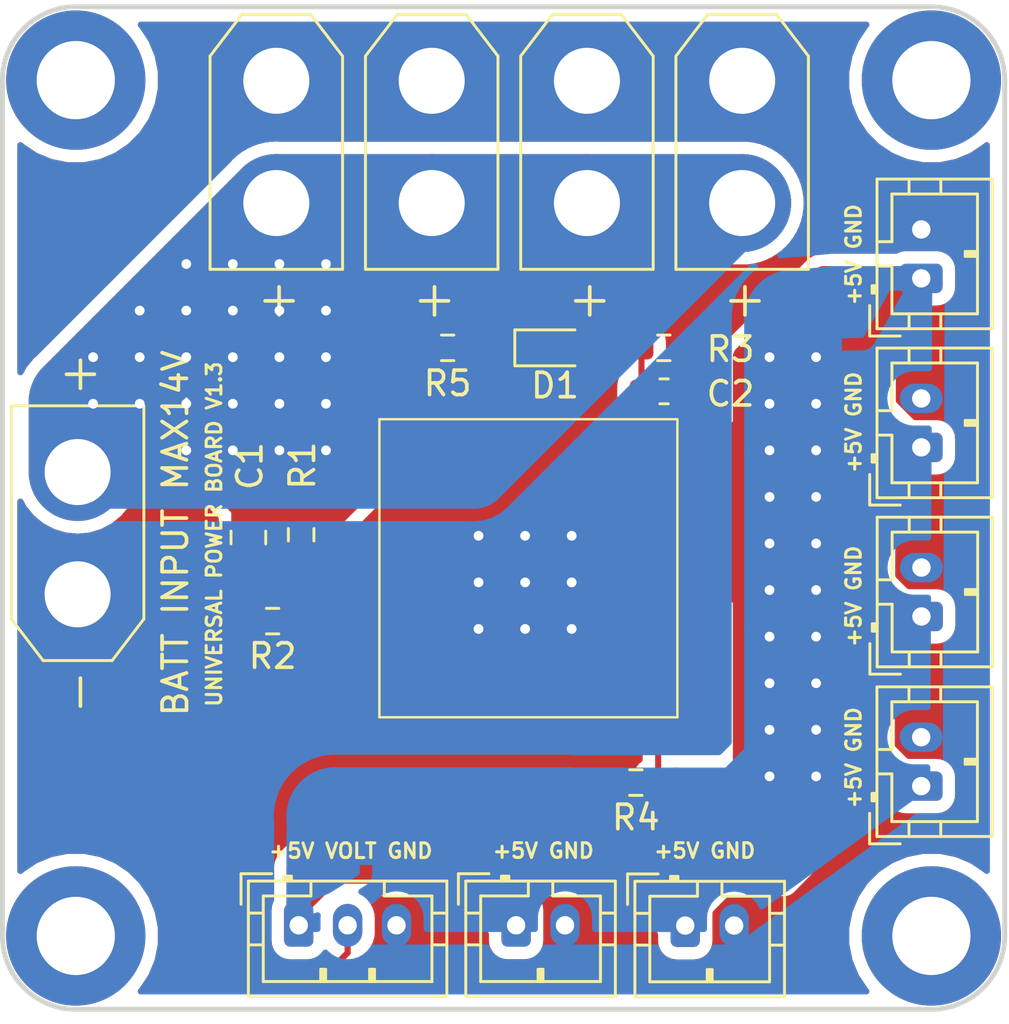
<source format=kicad_pcb>
(kicad_pcb (version 20171130) (host pcbnew "(5.1.9)-1")

  (general
    (thickness 1.6)
    (drawings 27)
    (tracks 184)
    (zones 0)
    (modules 25)
    (nets 12)
  )

  (page A4)
  (layers
    (0 F.Cu signal hide)
    (31 B.Cu signal)
    (32 B.Adhes user)
    (33 F.Adhes user hide)
    (34 B.Paste user)
    (35 F.Paste user)
    (36 B.SilkS user)
    (37 F.SilkS user)
    (38 B.Mask user)
    (39 F.Mask user)
    (40 Dwgs.User user)
    (41 Cmts.User user)
    (42 Eco1.User user)
    (43 Eco2.User user)
    (44 Edge.Cuts user)
    (45 Margin user)
    (46 B.CrtYd user)
    (47 F.CrtYd user)
    (48 B.Fab user)
    (49 F.Fab user)
  )

  (setup
    (last_trace_width 0.25)
    (trace_clearance 0.2)
    (zone_clearance 0.508)
    (zone_45_only no)
    (trace_min 0.2)
    (via_size 0.8)
    (via_drill 0.4)
    (via_min_size 0.4)
    (via_min_drill 0.3)
    (uvia_size 0.3)
    (uvia_drill 0.1)
    (uvias_allowed no)
    (uvia_min_size 0.2)
    (uvia_min_drill 0.1)
    (edge_width 0.05)
    (segment_width 0.2)
    (pcb_text_width 0.3)
    (pcb_text_size 1.5 1.5)
    (mod_edge_width 0.12)
    (mod_text_size 1 1)
    (mod_text_width 0.15)
    (pad_size 1.524 1.524)
    (pad_drill 0.762)
    (pad_to_mask_clearance 0)
    (aux_axis_origin 0 0)
    (visible_elements 7FFFFFFF)
    (pcbplotparams
      (layerselection 0x010fc_ffffffff)
      (usegerberextensions true)
      (usegerberattributes true)
      (usegerberadvancedattributes true)
      (creategerberjobfile false)
      (excludeedgelayer true)
      (linewidth 0.100000)
      (plotframeref false)
      (viasonmask false)
      (mode 1)
      (useauxorigin false)
      (hpglpennumber 1)
      (hpglpenspeed 20)
      (hpglpendiameter 15.000000)
      (psnegative false)
      (psa4output false)
      (plotreference true)
      (plotvalue true)
      (plotinvisibletext false)
      (padsonsilk false)
      (subtractmaskfromsilk false)
      (outputformat 1)
      (mirror false)
      (drillshape 0)
      (scaleselection 1)
      (outputdirectory "output1/"))
  )

  (net 0 "")
  (net 1 GND)
  (net 2 +BATT)
  (net 3 +5V)
  (net 4 "Net-(D1-Pad1)")
  (net 5 "Net-(J1-Pad2)")
  (net 6 "Net-(R4-Pad1)")
  (net 7 "Net-(U1-Pad12)")
  (net 8 "Net-(U1-Pad11)")
  (net 9 "Net-(U1-Pad10)")
  (net 10 "Net-(U1-Pad9)")
  (net 11 "Net-(U1-Pad8)")

  (net_class Default "This is the default net class."
    (clearance 0.2)
    (trace_width 0.25)
    (via_dia 0.8)
    (via_drill 0.4)
    (uvia_dia 0.3)
    (uvia_drill 0.1)
    (add_net GND)
    (add_net "Net-(D1-Pad1)")
    (add_net "Net-(J1-Pad2)")
    (add_net "Net-(R4-Pad1)")
    (add_net "Net-(U1-Pad10)")
    (add_net "Net-(U1-Pad11)")
    (add_net "Net-(U1-Pad12)")
    (add_net "Net-(U1-Pad8)")
    (add_net "Net-(U1-Pad9)")
  )

  (net_class BATT ""
    (clearance 0.2)
    (trace_width 1)
    (via_dia 0.8)
    (via_drill 0.4)
    (uvia_dia 0.3)
    (uvia_drill 0.1)
    (add_net +BATT)
  )

  (net_class OUT ""
    (clearance 0.2)
    (trace_width 1)
    (via_dia 0.8)
    (via_drill 0.4)
    (uvia_dia 0.3)
    (uvia_drill 0.1)
    (add_net +5V)
  )

  (module MountingHole:MountingHole_3.2mm_M3_ISO7380_Pad (layer F.Cu) (tedit 56D1B4CB) (tstamp 60376F41)
    (at 96.445001 56.615001)
    (descr "Mounting Hole 3.2mm, M3, ISO7380")
    (tags "mounting hole 3.2mm m3 iso7380")
    (path /5EE580CC)
    (attr virtual)
    (fp_text reference H3 (at 0 -3.85) (layer F.SilkS) hide
      (effects (font (size 1 1) (thickness 0.15)))
    )
    (fp_text value MountingHole (at 0 3.85) (layer F.Fab)
      (effects (font (size 1 1) (thickness 0.15)))
    )
    (fp_circle (center 0 0) (end 3.1 0) (layer F.CrtYd) (width 0.05))
    (fp_circle (center 0 0) (end 2.85 0) (layer Cmts.User) (width 0.15))
    (fp_text user %R (at 0.3 0) (layer F.Fab)
      (effects (font (size 1 1) (thickness 0.15)))
    )
    (pad 1 thru_hole circle (at 0 0) (size 5.7 5.7) (drill 3.2) (layers *.Cu *.Mask))
  )

  (module OKL-T_6-W12N-C:OKL-T_3-W5 (layer F.Cu) (tedit 60353764) (tstamp 6037716E)
    (at 121.05513 82.673)
    (descr OKL-T/3-W5)
    (tags "Undefined or Miscellaneous")
    (path /5EDB87BA)
    (attr smd)
    (fp_text reference U1 (at -6.095 -6.095) (layer F.SilkS) hide
      (effects (font (size 1.27 1.27) (thickness 0.254)))
    )
    (fp_text value OKL-T_6-W12N-C (at -6.095 -6.095) (layer F.SilkS) hide
      (effects (font (size 1.27 1.27) (thickness 0.254)))
    )
    (fp_line (start -12.19 0) (end -12.19 -12.19) (layer F.SilkS) (width 0.1))
    (fp_line (start 0 0) (end -12.19 0) (layer F.SilkS) (width 0.1))
    (fp_line (start 0 -12.19) (end 0 0) (layer F.SilkS) (width 0.1))
    (fp_line (start -12.19 -12.19) (end 0 -12.19) (layer F.SilkS) (width 0.1))
    (fp_line (start -12.19 -12.19) (end -12.19 0) (layer F.Fab) (width 0.2))
    (fp_line (start 0 -12.19) (end -12.19 -12.19) (layer F.Fab) (width 0.2))
    (fp_line (start 0 0) (end 0 -12.19) (layer F.Fab) (width 0.2))
    (fp_line (start -12.19 0) (end 0 0) (layer F.Fab) (width 0.2))
    (fp_text user %R (at -6.095 -6.095) (layer F.Fab)
      (effects (font (size 1.27 1.27) (thickness 0.254)))
    )
    (pad 3 smd rect (at -3.71646 -11.6677 180) (size 1.27 2.159) (layers F.Cu F.Paste F.Mask)
      (net 1 GND))
    (pad 3 smd rect (at -6.18446 -11.6677) (size 1.27 2.159) (layers F.Cu F.Paste F.Mask)
      (net 1 GND))
    (pad 4 smd rect (at -0.53613 -10.668 90) (size 1.27 2.159) (layers F.Cu F.Paste F.Mask)
      (net 3 +5V))
    (pad 2 smd rect (at -8.296072 -11.6677 180) (size 1.27 2.159) (layers F.Cu F.Paste F.Mask)
      (net 2 +BATT))
    (pad 2 smd rect (at -11.66657 -10.668 90) (size 1.27 2.159) (layers F.Cu F.Paste F.Mask)
      (net 2 +BATT))
    (pad 12 smd rect (at -3.81 -0.78359 90) (size 2.659 1.27) (layers F.Cu F.Paste F.Mask)
      (net 7 "Net-(U1-Pad12)"))
    (pad 11 smd rect (at -0.78613 -3.81 90) (size 1.27 2.659) (layers F.Cu F.Paste F.Mask)
      (net 8 "Net-(U1-Pad11)"))
    (pad 10 smd rect (at -11.41657 -3.81 90) (size 1.27 2.659) (layers F.Cu F.Paste F.Mask)
      (net 9 "Net-(U1-Pad10)"))
    (pad 9 smd rect (at -11.41657 -1.52 90) (size 1.27 2.659) (layers F.Cu F.Paste F.Mask)
      (net 10 "Net-(U1-Pad9)"))
    (pad 8 smd rect (at -8.38 -0.78359 90) (size 2.659 1.27) (layers F.Cu F.Paste F.Mask)
      (net 11 "Net-(U1-Pad8)"))
    (pad 7 smd rect (at -6.09 -0.78359 90) (size 2.659 1.27) (layers F.Cu F.Paste F.Mask)
      (net 1 GND))
    (pad 6 smd rect (at -0.78613 -1.52 90) (size 1.27 2.659) (layers F.Cu F.Paste F.Mask)
      (net 6 "Net-(R4-Pad1)"))
    (pad 5 smd rect (at -0.78613 -6.1 90) (size 1.27 2.659) (layers F.Cu F.Paste F.Mask)
      (net 3 +5V))
    (pad 4 smd rect (at -1.37 -9.53) (size 1.73 4.32) (layers F.Cu F.Paste F.Mask)
      (net 3 +5V))
    (pad 3 smd rect (at -4.95 -10.67 90) (size 2.03 3.72) (layers F.Cu F.Paste F.Mask)
      (net 1 GND))
    (pad 2 smd rect (at -9.68 -10.67 90) (size 2.03 4.02) (layers F.Cu F.Paste F.Mask)
      (net 2 +BATT))
    (pad 1 smd rect (at -11.41657 -6.1 90) (size 1.27 2.659) (layers F.Cu F.Paste F.Mask)
      (net 1 GND))
  )

  (module Resistor_SMD:R_0603_1608Metric_Pad0.98x0.95mm_HandSolder (layer F.Cu) (tedit 5F68FEEE) (tstamp 60377150)
    (at 111.6565 67.564 180)
    (descr "Resistor SMD 0603 (1608 Metric), square (rectangular) end terminal, IPC_7351 nominal with elongated pad for handsoldering. (Body size source: IPC-SM-782 page 72, https://www.pcb-3d.com/wordpress/wp-content/uploads/ipc-sm-782a_amendment_1_and_2.pdf), generated with kicad-footprint-generator")
    (tags "resistor handsolder")
    (path /5EDDB2C8)
    (attr smd)
    (fp_text reference R5 (at 0.00064 -1.45542) (layer F.SilkS)
      (effects (font (size 1 1) (thickness 0.15)))
    )
    (fp_text value 300 (at 0 1.43) (layer F.Fab)
      (effects (font (size 1 1) (thickness 0.15)))
    )
    (fp_line (start 1.65 0.73) (end -1.65 0.73) (layer F.CrtYd) (width 0.05))
    (fp_line (start 1.65 -0.73) (end 1.65 0.73) (layer F.CrtYd) (width 0.05))
    (fp_line (start -1.65 -0.73) (end 1.65 -0.73) (layer F.CrtYd) (width 0.05))
    (fp_line (start -1.65 0.73) (end -1.65 -0.73) (layer F.CrtYd) (width 0.05))
    (fp_line (start -0.254724 0.5225) (end 0.254724 0.5225) (layer F.SilkS) (width 0.12))
    (fp_line (start -0.254724 -0.5225) (end 0.254724 -0.5225) (layer F.SilkS) (width 0.12))
    (fp_line (start 0.8 0.4125) (end -0.8 0.4125) (layer F.Fab) (width 0.1))
    (fp_line (start 0.8 -0.4125) (end 0.8 0.4125) (layer F.Fab) (width 0.1))
    (fp_line (start -0.8 -0.4125) (end 0.8 -0.4125) (layer F.Fab) (width 0.1))
    (fp_line (start -0.8 0.4125) (end -0.8 -0.4125) (layer F.Fab) (width 0.1))
    (fp_text user %R (at 0 0) (layer F.Fab)
      (effects (font (size 0.4 0.4) (thickness 0.06)))
    )
    (pad 2 smd roundrect (at 0.9125 0 180) (size 0.975 0.95) (layers F.Cu F.Paste F.Mask) (roundrect_rratio 0.25)
      (net 1 GND))
    (pad 1 smd roundrect (at -0.9125 0 180) (size 0.975 0.95) (layers F.Cu F.Paste F.Mask) (roundrect_rratio 0.25)
      (net 4 "Net-(D1-Pad1)"))
    (model ${KISYS3DMOD}/Resistor_SMD.3dshapes/R_0603_1608Metric.wrl
      (at (xyz 0 0 0))
      (scale (xyz 1 1 1))
      (rotate (xyz 0 0 0))
    )
  )

  (module Resistor_SMD:R_0603_1608Metric_Pad0.98x0.95mm_HandSolder (layer F.Cu) (tedit 5F68FEEE) (tstamp 6037713F)
    (at 119.3565 85.344 180)
    (descr "Resistor SMD 0603 (1608 Metric), square (rectangular) end terminal, IPC_7351 nominal with elongated pad for handsoldering. (Body size source: IPC-SM-782 page 72, https://www.pcb-3d.com/wordpress/wp-content/uploads/ipc-sm-782a_amendment_1_and_2.pdf), generated with kicad-footprint-generator")
    (tags "resistor handsolder")
    (path /5EDB98FF)
    (attr smd)
    (fp_text reference R4 (at 0 -1.43) (layer F.SilkS)
      (effects (font (size 1 1) (thickness 0.15)))
    )
    (fp_text value 1.33K (at 0 1.43) (layer F.Fab)
      (effects (font (size 1 1) (thickness 0.15)))
    )
    (fp_line (start 1.65 0.73) (end -1.65 0.73) (layer F.CrtYd) (width 0.05))
    (fp_line (start 1.65 -0.73) (end 1.65 0.73) (layer F.CrtYd) (width 0.05))
    (fp_line (start -1.65 -0.73) (end 1.65 -0.73) (layer F.CrtYd) (width 0.05))
    (fp_line (start -1.65 0.73) (end -1.65 -0.73) (layer F.CrtYd) (width 0.05))
    (fp_line (start -0.254724 0.5225) (end 0.254724 0.5225) (layer F.SilkS) (width 0.12))
    (fp_line (start -0.254724 -0.5225) (end 0.254724 -0.5225) (layer F.SilkS) (width 0.12))
    (fp_line (start 0.8 0.4125) (end -0.8 0.4125) (layer F.Fab) (width 0.1))
    (fp_line (start 0.8 -0.4125) (end 0.8 0.4125) (layer F.Fab) (width 0.1))
    (fp_line (start -0.8 -0.4125) (end 0.8 -0.4125) (layer F.Fab) (width 0.1))
    (fp_line (start -0.8 0.4125) (end -0.8 -0.4125) (layer F.Fab) (width 0.1))
    (fp_text user %R (at 0 0) (layer F.Fab)
      (effects (font (size 0.4 0.4) (thickness 0.06)))
    )
    (pad 2 smd roundrect (at 0.9125 0 180) (size 0.975 0.95) (layers F.Cu F.Paste F.Mask) (roundrect_rratio 0.25)
      (net 1 GND))
    (pad 1 smd roundrect (at -0.9125 0 180) (size 0.975 0.95) (layers F.Cu F.Paste F.Mask) (roundrect_rratio 0.25)
      (net 6 "Net-(R4-Pad1)"))
    (model ${KISYS3DMOD}/Resistor_SMD.3dshapes/R_0603_1608Metric.wrl
      (at (xyz 0 0 0))
      (scale (xyz 1 1 1))
      (rotate (xyz 0 0 0))
    )
  )

  (module Resistor_SMD:R_0603_1608Metric_Pad0.98x0.95mm_HandSolder (layer F.Cu) (tedit 5F68FEEE) (tstamp 6037712E)
    (at 120.4995 67.564)
    (descr "Resistor SMD 0603 (1608 Metric), square (rectangular) end terminal, IPC_7351 nominal with elongated pad for handsoldering. (Body size source: IPC-SM-782 page 72, https://www.pcb-3d.com/wordpress/wp-content/uploads/ipc-sm-782a_amendment_1_and_2.pdf), generated with kicad-footprint-generator")
    (tags "resistor handsolder")
    (path /5EDB9CAF)
    (attr smd)
    (fp_text reference R3 (at 2.7286 0.05588) (layer F.SilkS)
      (effects (font (size 1 1) (thickness 0.15)))
    )
    (fp_text value 20K (at 0 1.43) (layer F.Fab)
      (effects (font (size 1 1) (thickness 0.15)))
    )
    (fp_line (start 1.65 0.73) (end -1.65 0.73) (layer F.CrtYd) (width 0.05))
    (fp_line (start 1.65 -0.73) (end 1.65 0.73) (layer F.CrtYd) (width 0.05))
    (fp_line (start -1.65 -0.73) (end 1.65 -0.73) (layer F.CrtYd) (width 0.05))
    (fp_line (start -1.65 0.73) (end -1.65 -0.73) (layer F.CrtYd) (width 0.05))
    (fp_line (start -0.254724 0.5225) (end 0.254724 0.5225) (layer F.SilkS) (width 0.12))
    (fp_line (start -0.254724 -0.5225) (end 0.254724 -0.5225) (layer F.SilkS) (width 0.12))
    (fp_line (start 0.8 0.4125) (end -0.8 0.4125) (layer F.Fab) (width 0.1))
    (fp_line (start 0.8 -0.4125) (end 0.8 0.4125) (layer F.Fab) (width 0.1))
    (fp_line (start -0.8 -0.4125) (end 0.8 -0.4125) (layer F.Fab) (width 0.1))
    (fp_line (start -0.8 0.4125) (end -0.8 -0.4125) (layer F.Fab) (width 0.1))
    (fp_text user %R (at 0 0) (layer F.Fab)
      (effects (font (size 0.4 0.4) (thickness 0.06)))
    )
    (pad 2 smd roundrect (at 0.9125 0) (size 0.975 0.95) (layers F.Cu F.Paste F.Mask) (roundrect_rratio 0.25)
      (net 1 GND))
    (pad 1 smd roundrect (at -0.9125 0) (size 0.975 0.95) (layers F.Cu F.Paste F.Mask) (roundrect_rratio 0.25)
      (net 3 +5V))
    (model ${KISYS3DMOD}/Resistor_SMD.3dshapes/R_0603_1608Metric.wrl
      (at (xyz 0 0 0))
      (scale (xyz 1 1 1))
      (rotate (xyz 0 0 0))
    )
  )

  (module Resistor_SMD:R_0603_1608Metric_Pad0.98x0.95mm_HandSolder (layer F.Cu) (tedit 5F68FEEE) (tstamp 6037711D)
    (at 104.4975 78.74 180)
    (descr "Resistor SMD 0603 (1608 Metric), square (rectangular) end terminal, IPC_7351 nominal with elongated pad for handsoldering. (Body size source: IPC-SM-782 page 72, https://www.pcb-3d.com/wordpress/wp-content/uploads/ipc-sm-782a_amendment_1_and_2.pdf), generated with kicad-footprint-generator")
    (tags "resistor handsolder")
    (path /5EDCC21E)
    (attr smd)
    (fp_text reference R2 (at 0 -1.43) (layer F.SilkS)
      (effects (font (size 1 1) (thickness 0.15)))
    )
    (fp_text value 150 (at 0 1.43) (layer F.Fab)
      (effects (font (size 1 1) (thickness 0.15)))
    )
    (fp_line (start -0.8 0.4125) (end -0.8 -0.4125) (layer F.Fab) (width 0.1))
    (fp_line (start -0.8 -0.4125) (end 0.8 -0.4125) (layer F.Fab) (width 0.1))
    (fp_line (start 0.8 -0.4125) (end 0.8 0.4125) (layer F.Fab) (width 0.1))
    (fp_line (start 0.8 0.4125) (end -0.8 0.4125) (layer F.Fab) (width 0.1))
    (fp_line (start -0.254724 -0.5225) (end 0.254724 -0.5225) (layer F.SilkS) (width 0.12))
    (fp_line (start -0.254724 0.5225) (end 0.254724 0.5225) (layer F.SilkS) (width 0.12))
    (fp_line (start -1.65 0.73) (end -1.65 -0.73) (layer F.CrtYd) (width 0.05))
    (fp_line (start -1.65 -0.73) (end 1.65 -0.73) (layer F.CrtYd) (width 0.05))
    (fp_line (start 1.65 -0.73) (end 1.65 0.73) (layer F.CrtYd) (width 0.05))
    (fp_line (start 1.65 0.73) (end -1.65 0.73) (layer F.CrtYd) (width 0.05))
    (fp_text user %R (at 0 0) (layer F.Fab)
      (effects (font (size 0.4 0.4) (thickness 0.06)))
    )
    (pad 1 smd roundrect (at -0.9125 0 180) (size 0.975 0.95) (layers F.Cu F.Paste F.Mask) (roundrect_rratio 0.25)
      (net 5 "Net-(J1-Pad2)"))
    (pad 2 smd roundrect (at 0.9125 0 180) (size 0.975 0.95) (layers F.Cu F.Paste F.Mask) (roundrect_rratio 0.25)
      (net 1 GND))
    (model ${KISYS3DMOD}/Resistor_SMD.3dshapes/R_0603_1608Metric.wrl
      (at (xyz 0 0 0))
      (scale (xyz 1 1 1))
      (rotate (xyz 0 0 0))
    )
  )

  (module Resistor_SMD:R_0603_1608Metric_Pad0.98x0.95mm_HandSolder (layer F.Cu) (tedit 5F68FEEE) (tstamp 6037710C)
    (at 105.664 75.2075 270)
    (descr "Resistor SMD 0603 (1608 Metric), square (rectangular) end terminal, IPC_7351 nominal with elongated pad for handsoldering. (Body size source: IPC-SM-782 page 72, https://www.pcb-3d.com/wordpress/wp-content/uploads/ipc-sm-782a_amendment_1_and_2.pdf), generated with kicad-footprint-generator")
    (tags "resistor handsolder")
    (path /5EDCBAB9)
    (attr smd)
    (fp_text reference R1 (at -2.82766 -0.0508 90) (layer F.SilkS)
      (effects (font (size 1 1) (thickness 0.15)))
    )
    (fp_text value 1K (at 0 1.43 90) (layer F.Fab)
      (effects (font (size 1 1) (thickness 0.15)))
    )
    (fp_line (start -0.8 0.4125) (end -0.8 -0.4125) (layer F.Fab) (width 0.1))
    (fp_line (start -0.8 -0.4125) (end 0.8 -0.4125) (layer F.Fab) (width 0.1))
    (fp_line (start 0.8 -0.4125) (end 0.8 0.4125) (layer F.Fab) (width 0.1))
    (fp_line (start 0.8 0.4125) (end -0.8 0.4125) (layer F.Fab) (width 0.1))
    (fp_line (start -0.254724 -0.5225) (end 0.254724 -0.5225) (layer F.SilkS) (width 0.12))
    (fp_line (start -0.254724 0.5225) (end 0.254724 0.5225) (layer F.SilkS) (width 0.12))
    (fp_line (start -1.65 0.73) (end -1.65 -0.73) (layer F.CrtYd) (width 0.05))
    (fp_line (start -1.65 -0.73) (end 1.65 -0.73) (layer F.CrtYd) (width 0.05))
    (fp_line (start 1.65 -0.73) (end 1.65 0.73) (layer F.CrtYd) (width 0.05))
    (fp_line (start 1.65 0.73) (end -1.65 0.73) (layer F.CrtYd) (width 0.05))
    (fp_text user %R (at 0 0 90) (layer F.Fab)
      (effects (font (size 0.4 0.4) (thickness 0.06)))
    )
    (pad 1 smd roundrect (at -0.9125 0 270) (size 0.975 0.95) (layers F.Cu F.Paste F.Mask) (roundrect_rratio 0.25)
      (net 2 +BATT))
    (pad 2 smd roundrect (at 0.9125 0 270) (size 0.975 0.95) (layers F.Cu F.Paste F.Mask) (roundrect_rratio 0.25)
      (net 5 "Net-(J1-Pad2)"))
    (model ${KISYS3DMOD}/Resistor_SMD.3dshapes/R_0603_1608Metric.wrl
      (at (xyz 0 0 0))
      (scale (xyz 1 1 1))
      (rotate (xyz 0 0 0))
    )
  )

  (module Connector_AMASS:AMASS_XT30U-F_1x02_P5.0mm_Vertical (layer F.Cu) (tedit 5C8E9CDA) (tstamp 603770FB)
    (at 123.705 56.642 270)
    (descr "Connector XT30 Vertical Cable Female, https://www.tme.eu/en/Document/3cbfa5cfa544d79584972dd5234a409e/XT30U%20SPEC.pdf")
    (tags "RC Connector XT30")
    (path /5EEE27F1)
    (fp_text reference J12 (at 2.5 -4 90) (layer F.SilkS) hide
      (effects (font (size 1 1) (thickness 0.15)))
    )
    (fp_text value "BATT OUTPUT" (at 2.5 4 90) (layer F.Fab)
      (effects (font (size 1 1) (thickness 0.15)))
    )
    (fp_line (start -3.1 1.8) (end -1.4 3.1) (layer F.CrtYd) (width 0.05))
    (fp_line (start -3.1 -1.8) (end -1.4 -3.1) (layer F.CrtYd) (width 0.05))
    (fp_line (start -1.4 3.1) (end 8.1 3.1) (layer F.CrtYd) (width 0.05))
    (fp_line (start -3.1 -1.8) (end -3.1 1.8) (layer F.CrtYd) (width 0.05))
    (fp_line (start 8.1 -3.1) (end 8.1 3.1) (layer F.CrtYd) (width 0.05))
    (fp_line (start -1.4 -3.1) (end 8.1 -3.1) (layer F.CrtYd) (width 0.05))
    (fp_line (start -2.71 -1.41) (end -2.71 1.41) (layer F.SilkS) (width 0.12))
    (fp_line (start -2.71 1.41) (end -1.01 2.71) (layer F.SilkS) (width 0.12))
    (fp_line (start -2.71 -1.41) (end -1.01 -2.71) (layer F.SilkS) (width 0.12))
    (fp_line (start -1.01 2.71) (end 7.71 2.71) (layer F.SilkS) (width 0.12))
    (fp_line (start 7.71 -2.71) (end 7.71 2.71) (layer F.SilkS) (width 0.12))
    (fp_line (start -1.01 -2.71) (end 7.71 -2.71) (layer F.SilkS) (width 0.12))
    (fp_line (start -2.6 1.3) (end -0.9 2.6) (layer F.Fab) (width 0.1))
    (fp_line (start -2.6 -1.3) (end -0.9 -2.6) (layer F.Fab) (width 0.1))
    (fp_line (start -0.9 2.6) (end 7.6 2.6) (layer F.Fab) (width 0.1))
    (fp_line (start -0.9 -2.6) (end 7.6 -2.6) (layer F.Fab) (width 0.1))
    (fp_line (start 7.6 -2.6) (end 7.6 2.6) (layer F.Fab) (width 0.1))
    (fp_line (start -2.6 -1.3) (end -2.6 1.3) (layer F.Fab) (width 0.1))
    (fp_text user - (at -4 0 90) (layer F.SilkS) hide
      (effects (font (size 1.5 1.5) (thickness 0.15)))
    )
    (fp_text user + (at 9 0 90) (layer F.SilkS)
      (effects (font (size 1.5 1.5) (thickness 0.15)))
    )
    (fp_text user %R (at 2.5 0 90) (layer F.Fab)
      (effects (font (size 1 1) (thickness 0.15)))
    )
    (pad 2 thru_hole circle (at 5 0 270) (size 4 4) (drill 2.7) (layers *.Cu *.Mask)
      (net 2 +BATT))
    (pad 1 thru_hole rect (at 0 0 270) (size 3.8 3.8) (drill 2.7) (layers *.Cu *.Mask)
      (net 1 GND))
    (model ${KISYS3DMOD}/Connector_AMASS.3dshapes/AMASS_XT30U-F_1x02_P5.0mm_Vertical.wrl
      (at (xyz 0 0 0))
      (scale (xyz 1 1 1))
      (rotate (xyz 0 0 0))
    )
  )

  (module Connector_AMASS:AMASS_XT30U-F_1x02_P5.0mm_Vertical (layer F.Cu) (tedit 5C8E9CDA) (tstamp 603770E0)
    (at 117.355 56.642 270)
    (descr "Connector XT30 Vertical Cable Female, https://www.tme.eu/en/Document/3cbfa5cfa544d79584972dd5234a409e/XT30U%20SPEC.pdf")
    (tags "RC Connector XT30")
    (path /5EECBAEE)
    (fp_text reference J11 (at 2.5 -4 90) (layer F.SilkS) hide
      (effects (font (size 1 1) (thickness 0.15)))
    )
    (fp_text value "BATT OUTPUT" (at 2.5 4 90) (layer F.Fab)
      (effects (font (size 1 1) (thickness 0.15)))
    )
    (fp_line (start -3.1 1.8) (end -1.4 3.1) (layer F.CrtYd) (width 0.05))
    (fp_line (start -3.1 -1.8) (end -1.4 -3.1) (layer F.CrtYd) (width 0.05))
    (fp_line (start -1.4 3.1) (end 8.1 3.1) (layer F.CrtYd) (width 0.05))
    (fp_line (start -3.1 -1.8) (end -3.1 1.8) (layer F.CrtYd) (width 0.05))
    (fp_line (start 8.1 -3.1) (end 8.1 3.1) (layer F.CrtYd) (width 0.05))
    (fp_line (start -1.4 -3.1) (end 8.1 -3.1) (layer F.CrtYd) (width 0.05))
    (fp_line (start -2.71 -1.41) (end -2.71 1.41) (layer F.SilkS) (width 0.12))
    (fp_line (start -2.71 1.41) (end -1.01 2.71) (layer F.SilkS) (width 0.12))
    (fp_line (start -2.71 -1.41) (end -1.01 -2.71) (layer F.SilkS) (width 0.12))
    (fp_line (start -1.01 2.71) (end 7.71 2.71) (layer F.SilkS) (width 0.12))
    (fp_line (start 7.71 -2.71) (end 7.71 2.71) (layer F.SilkS) (width 0.12))
    (fp_line (start -1.01 -2.71) (end 7.71 -2.71) (layer F.SilkS) (width 0.12))
    (fp_line (start -2.6 1.3) (end -0.9 2.6) (layer F.Fab) (width 0.1))
    (fp_line (start -2.6 -1.3) (end -0.9 -2.6) (layer F.Fab) (width 0.1))
    (fp_line (start -0.9 2.6) (end 7.6 2.6) (layer F.Fab) (width 0.1))
    (fp_line (start -0.9 -2.6) (end 7.6 -2.6) (layer F.Fab) (width 0.1))
    (fp_line (start 7.6 -2.6) (end 7.6 2.6) (layer F.Fab) (width 0.1))
    (fp_line (start -2.6 -1.3) (end -2.6 1.3) (layer F.Fab) (width 0.1))
    (fp_text user - (at -4 0 90) (layer F.SilkS) hide
      (effects (font (size 1.5 1.5) (thickness 0.15)))
    )
    (fp_text user + (at 9 0 90) (layer F.SilkS)
      (effects (font (size 1.5 1.5) (thickness 0.15)))
    )
    (fp_text user %R (at 2.5 0 90) (layer F.Fab)
      (effects (font (size 1 1) (thickness 0.15)))
    )
    (pad 2 thru_hole circle (at 5 0 270) (size 4 4) (drill 2.7) (layers *.Cu *.Mask)
      (net 2 +BATT))
    (pad 1 thru_hole rect (at 0 0 270) (size 3.8 3.8) (drill 2.7) (layers *.Cu *.Mask)
      (net 1 GND))
    (model ${KISYS3DMOD}/Connector_AMASS.3dshapes/AMASS_XT30U-F_1x02_P5.0mm_Vertical.wrl
      (at (xyz 0 0 0))
      (scale (xyz 1 1 1))
      (rotate (xyz 0 0 0))
    )
  )

  (module Connector_JST:JST_PH_B2B-PH-K_1x02_P2.00mm_Vertical (layer F.Cu) (tedit 5B7745C2) (tstamp 603770C5)
    (at 121.37644 91.19108)
    (descr "JST PH series connector, B2B-PH-K (http://www.jst-mfg.com/product/pdf/eng/ePH.pdf), generated with kicad-footprint-generator")
    (tags "connector JST PH side entry")
    (path /5EE55BA1)
    (fp_text reference J10 (at 1 -2.9) (layer F.SilkS) hide
      (effects (font (size 1 1) (thickness 0.15)))
    )
    (fp_text value "5V OUTPUT" (at 1 4) (layer F.Fab)
      (effects (font (size 1 1) (thickness 0.15)))
    )
    (fp_line (start 4.45 -2.2) (end -2.45 -2.2) (layer F.CrtYd) (width 0.05))
    (fp_line (start 4.45 3.3) (end 4.45 -2.2) (layer F.CrtYd) (width 0.05))
    (fp_line (start -2.45 3.3) (end 4.45 3.3) (layer F.CrtYd) (width 0.05))
    (fp_line (start -2.45 -2.2) (end -2.45 3.3) (layer F.CrtYd) (width 0.05))
    (fp_line (start 3.95 -1.7) (end -1.95 -1.7) (layer F.Fab) (width 0.1))
    (fp_line (start 3.95 2.8) (end 3.95 -1.7) (layer F.Fab) (width 0.1))
    (fp_line (start -1.95 2.8) (end 3.95 2.8) (layer F.Fab) (width 0.1))
    (fp_line (start -1.95 -1.7) (end -1.95 2.8) (layer F.Fab) (width 0.1))
    (fp_line (start -2.36 -2.11) (end -2.36 -0.86) (layer F.Fab) (width 0.1))
    (fp_line (start -1.11 -2.11) (end -2.36 -2.11) (layer F.Fab) (width 0.1))
    (fp_line (start -2.36 -2.11) (end -2.36 -0.86) (layer F.SilkS) (width 0.12))
    (fp_line (start -1.11 -2.11) (end -2.36 -2.11) (layer F.SilkS) (width 0.12))
    (fp_line (start 1 2.3) (end 1 1.8) (layer F.SilkS) (width 0.12))
    (fp_line (start 1.1 1.8) (end 1.1 2.3) (layer F.SilkS) (width 0.12))
    (fp_line (start 0.9 1.8) (end 1.1 1.8) (layer F.SilkS) (width 0.12))
    (fp_line (start 0.9 2.3) (end 0.9 1.8) (layer F.SilkS) (width 0.12))
    (fp_line (start 4.06 0.8) (end 3.45 0.8) (layer F.SilkS) (width 0.12))
    (fp_line (start 4.06 -0.5) (end 3.45 -0.5) (layer F.SilkS) (width 0.12))
    (fp_line (start -2.06 0.8) (end -1.45 0.8) (layer F.SilkS) (width 0.12))
    (fp_line (start -2.06 -0.5) (end -1.45 -0.5) (layer F.SilkS) (width 0.12))
    (fp_line (start 1.5 -1.2) (end 1.5 -1.81) (layer F.SilkS) (width 0.12))
    (fp_line (start 3.45 -1.2) (end 1.5 -1.2) (layer F.SilkS) (width 0.12))
    (fp_line (start 3.45 2.3) (end 3.45 -1.2) (layer F.SilkS) (width 0.12))
    (fp_line (start -1.45 2.3) (end 3.45 2.3) (layer F.SilkS) (width 0.12))
    (fp_line (start -1.45 -1.2) (end -1.45 2.3) (layer F.SilkS) (width 0.12))
    (fp_line (start 0.5 -1.2) (end -1.45 -1.2) (layer F.SilkS) (width 0.12))
    (fp_line (start 0.5 -1.81) (end 0.5 -1.2) (layer F.SilkS) (width 0.12))
    (fp_line (start -0.3 -1.91) (end -0.6 -1.91) (layer F.SilkS) (width 0.12))
    (fp_line (start -0.6 -2.01) (end -0.6 -1.81) (layer F.SilkS) (width 0.12))
    (fp_line (start -0.3 -2.01) (end -0.6 -2.01) (layer F.SilkS) (width 0.12))
    (fp_line (start -0.3 -1.81) (end -0.3 -2.01) (layer F.SilkS) (width 0.12))
    (fp_line (start 4.06 -1.81) (end -2.06 -1.81) (layer F.SilkS) (width 0.12))
    (fp_line (start 4.06 2.91) (end 4.06 -1.81) (layer F.SilkS) (width 0.12))
    (fp_line (start -2.06 2.91) (end 4.06 2.91) (layer F.SilkS) (width 0.12))
    (fp_line (start -2.06 -1.81) (end -2.06 2.91) (layer F.SilkS) (width 0.12))
    (fp_text user %R (at 1 1.5) (layer F.Fab)
      (effects (font (size 1 1) (thickness 0.15)))
    )
    (pad 2 thru_hole oval (at 2 0) (size 1.2 1.75) (drill 0.75) (layers *.Cu *.Mask)
      (net 1 GND))
    (pad 1 thru_hole roundrect (at 0 0) (size 1.2 1.75) (drill 0.75) (layers *.Cu *.Mask) (roundrect_rratio 0.2083325)
      (net 3 +5V))
    (model ${KISYS3DMOD}/Connector_JST.3dshapes/JST_PH_B2B-PH-K_1x02_P2.00mm_Vertical.wrl
      (at (xyz 0 0 0))
      (scale (xyz 1 1 1))
      (rotate (xyz 0 0 0))
    )
  )

  (module Connector_JST:JST_PH_B2B-PH-K_1x02_P2.00mm_Vertical (layer F.Cu) (tedit 5B7745C2) (tstamp 6037709B)
    (at 114.45748 91.18092)
    (descr "JST PH series connector, B2B-PH-K (http://www.jst-mfg.com/product/pdf/eng/ePH.pdf), generated with kicad-footprint-generator")
    (tags "connector JST PH side entry")
    (path /5EE01E70)
    (fp_text reference J9 (at 1 -2.9) (layer F.SilkS) hide
      (effects (font (size 1 1) (thickness 0.15)))
    )
    (fp_text value "5V OUTPUT" (at 1 4) (layer F.Fab)
      (effects (font (size 1 1) (thickness 0.15)))
    )
    (fp_line (start 4.45 -2.2) (end -2.45 -2.2) (layer F.CrtYd) (width 0.05))
    (fp_line (start 4.45 3.3) (end 4.45 -2.2) (layer F.CrtYd) (width 0.05))
    (fp_line (start -2.45 3.3) (end 4.45 3.3) (layer F.CrtYd) (width 0.05))
    (fp_line (start -2.45 -2.2) (end -2.45 3.3) (layer F.CrtYd) (width 0.05))
    (fp_line (start 3.95 -1.7) (end -1.95 -1.7) (layer F.Fab) (width 0.1))
    (fp_line (start 3.95 2.8) (end 3.95 -1.7) (layer F.Fab) (width 0.1))
    (fp_line (start -1.95 2.8) (end 3.95 2.8) (layer F.Fab) (width 0.1))
    (fp_line (start -1.95 -1.7) (end -1.95 2.8) (layer F.Fab) (width 0.1))
    (fp_line (start -2.36 -2.11) (end -2.36 -0.86) (layer F.Fab) (width 0.1))
    (fp_line (start -1.11 -2.11) (end -2.36 -2.11) (layer F.Fab) (width 0.1))
    (fp_line (start -2.36 -2.11) (end -2.36 -0.86) (layer F.SilkS) (width 0.12))
    (fp_line (start -1.11 -2.11) (end -2.36 -2.11) (layer F.SilkS) (width 0.12))
    (fp_line (start 1 2.3) (end 1 1.8) (layer F.SilkS) (width 0.12))
    (fp_line (start 1.1 1.8) (end 1.1 2.3) (layer F.SilkS) (width 0.12))
    (fp_line (start 0.9 1.8) (end 1.1 1.8) (layer F.SilkS) (width 0.12))
    (fp_line (start 0.9 2.3) (end 0.9 1.8) (layer F.SilkS) (width 0.12))
    (fp_line (start 4.06 0.8) (end 3.45 0.8) (layer F.SilkS) (width 0.12))
    (fp_line (start 4.06 -0.5) (end 3.45 -0.5) (layer F.SilkS) (width 0.12))
    (fp_line (start -2.06 0.8) (end -1.45 0.8) (layer F.SilkS) (width 0.12))
    (fp_line (start -2.06 -0.5) (end -1.45 -0.5) (layer F.SilkS) (width 0.12))
    (fp_line (start 1.5 -1.2) (end 1.5 -1.81) (layer F.SilkS) (width 0.12))
    (fp_line (start 3.45 -1.2) (end 1.5 -1.2) (layer F.SilkS) (width 0.12))
    (fp_line (start 3.45 2.3) (end 3.45 -1.2) (layer F.SilkS) (width 0.12))
    (fp_line (start -1.45 2.3) (end 3.45 2.3) (layer F.SilkS) (width 0.12))
    (fp_line (start -1.45 -1.2) (end -1.45 2.3) (layer F.SilkS) (width 0.12))
    (fp_line (start 0.5 -1.2) (end -1.45 -1.2) (layer F.SilkS) (width 0.12))
    (fp_line (start 0.5 -1.81) (end 0.5 -1.2) (layer F.SilkS) (width 0.12))
    (fp_line (start -0.3 -1.91) (end -0.6 -1.91) (layer F.SilkS) (width 0.12))
    (fp_line (start -0.6 -2.01) (end -0.6 -1.81) (layer F.SilkS) (width 0.12))
    (fp_line (start -0.3 -2.01) (end -0.6 -2.01) (layer F.SilkS) (width 0.12))
    (fp_line (start -0.3 -1.81) (end -0.3 -2.01) (layer F.SilkS) (width 0.12))
    (fp_line (start 4.06 -1.81) (end -2.06 -1.81) (layer F.SilkS) (width 0.12))
    (fp_line (start 4.06 2.91) (end 4.06 -1.81) (layer F.SilkS) (width 0.12))
    (fp_line (start -2.06 2.91) (end 4.06 2.91) (layer F.SilkS) (width 0.12))
    (fp_line (start -2.06 -1.81) (end -2.06 2.91) (layer F.SilkS) (width 0.12))
    (fp_text user %R (at 1 1.5) (layer F.Fab)
      (effects (font (size 1 1) (thickness 0.15)))
    )
    (pad 2 thru_hole oval (at 2 0) (size 1.2 1.75) (drill 0.75) (layers *.Cu *.Mask)
      (net 1 GND))
    (pad 1 thru_hole roundrect (at 0 0) (size 1.2 1.75) (drill 0.75) (layers *.Cu *.Mask) (roundrect_rratio 0.2083325)
      (net 3 +5V))
    (model ${KISYS3DMOD}/Connector_JST.3dshapes/JST_PH_B2B-PH-K_1x02_P2.00mm_Vertical.wrl
      (at (xyz 0 0 0))
      (scale (xyz 1 1 1))
      (rotate (xyz 0 0 0))
    )
  )

  (module Connector_JST:JST_PH_B2B-PH-K_1x02_P2.00mm_Vertical (layer F.Cu) (tedit 5B7745C2) (tstamp 60377071)
    (at 131.02844 85.48878 90)
    (descr "JST PH series connector, B2B-PH-K (http://www.jst-mfg.com/product/pdf/eng/ePH.pdf), generated with kicad-footprint-generator")
    (tags "connector JST PH side entry")
    (path /5EE55B8B)
    (fp_text reference J8 (at 1 -2.9 90) (layer F.SilkS) hide
      (effects (font (size 1 1) (thickness 0.15)))
    )
    (fp_text value "5V OUTPUT" (at 1 4 90) (layer F.Fab)
      (effects (font (size 1 1) (thickness 0.15)))
    )
    (fp_line (start 4.45 -2.2) (end -2.45 -2.2) (layer F.CrtYd) (width 0.05))
    (fp_line (start 4.45 3.3) (end 4.45 -2.2) (layer F.CrtYd) (width 0.05))
    (fp_line (start -2.45 3.3) (end 4.45 3.3) (layer F.CrtYd) (width 0.05))
    (fp_line (start -2.45 -2.2) (end -2.45 3.3) (layer F.CrtYd) (width 0.05))
    (fp_line (start 3.95 -1.7) (end -1.95 -1.7) (layer F.Fab) (width 0.1))
    (fp_line (start 3.95 2.8) (end 3.95 -1.7) (layer F.Fab) (width 0.1))
    (fp_line (start -1.95 2.8) (end 3.95 2.8) (layer F.Fab) (width 0.1))
    (fp_line (start -1.95 -1.7) (end -1.95 2.8) (layer F.Fab) (width 0.1))
    (fp_line (start -2.36 -2.11) (end -2.36 -0.86) (layer F.Fab) (width 0.1))
    (fp_line (start -1.11 -2.11) (end -2.36 -2.11) (layer F.Fab) (width 0.1))
    (fp_line (start -2.36 -2.11) (end -2.36 -0.86) (layer F.SilkS) (width 0.12))
    (fp_line (start -1.11 -2.11) (end -2.36 -2.11) (layer F.SilkS) (width 0.12))
    (fp_line (start 1 2.3) (end 1 1.8) (layer F.SilkS) (width 0.12))
    (fp_line (start 1.1 1.8) (end 1.1 2.3) (layer F.SilkS) (width 0.12))
    (fp_line (start 0.9 1.8) (end 1.1 1.8) (layer F.SilkS) (width 0.12))
    (fp_line (start 0.9 2.3) (end 0.9 1.8) (layer F.SilkS) (width 0.12))
    (fp_line (start 4.06 0.8) (end 3.45 0.8) (layer F.SilkS) (width 0.12))
    (fp_line (start 4.06 -0.5) (end 3.45 -0.5) (layer F.SilkS) (width 0.12))
    (fp_line (start -2.06 0.8) (end -1.45 0.8) (layer F.SilkS) (width 0.12))
    (fp_line (start -2.06 -0.5) (end -1.45 -0.5) (layer F.SilkS) (width 0.12))
    (fp_line (start 1.5 -1.2) (end 1.5 -1.81) (layer F.SilkS) (width 0.12))
    (fp_line (start 3.45 -1.2) (end 1.5 -1.2) (layer F.SilkS) (width 0.12))
    (fp_line (start 3.45 2.3) (end 3.45 -1.2) (layer F.SilkS) (width 0.12))
    (fp_line (start -1.45 2.3) (end 3.45 2.3) (layer F.SilkS) (width 0.12))
    (fp_line (start -1.45 -1.2) (end -1.45 2.3) (layer F.SilkS) (width 0.12))
    (fp_line (start 0.5 -1.2) (end -1.45 -1.2) (layer F.SilkS) (width 0.12))
    (fp_line (start 0.5 -1.81) (end 0.5 -1.2) (layer F.SilkS) (width 0.12))
    (fp_line (start -0.3 -1.91) (end -0.6 -1.91) (layer F.SilkS) (width 0.12))
    (fp_line (start -0.6 -2.01) (end -0.6 -1.81) (layer F.SilkS) (width 0.12))
    (fp_line (start -0.3 -2.01) (end -0.6 -2.01) (layer F.SilkS) (width 0.12))
    (fp_line (start -0.3 -1.81) (end -0.3 -2.01) (layer F.SilkS) (width 0.12))
    (fp_line (start 4.06 -1.81) (end -2.06 -1.81) (layer F.SilkS) (width 0.12))
    (fp_line (start 4.06 2.91) (end 4.06 -1.81) (layer F.SilkS) (width 0.12))
    (fp_line (start -2.06 2.91) (end 4.06 2.91) (layer F.SilkS) (width 0.12))
    (fp_line (start -2.06 -1.81) (end -2.06 2.91) (layer F.SilkS) (width 0.12))
    (fp_text user %R (at 1 1.5 90) (layer F.Fab)
      (effects (font (size 1 1) (thickness 0.15)))
    )
    (pad 2 thru_hole oval (at 2 0 90) (size 1.2 1.75) (drill 0.75) (layers *.Cu *.Mask)
      (net 1 GND))
    (pad 1 thru_hole roundrect (at 0 0 90) (size 1.2 1.75) (drill 0.75) (layers *.Cu *.Mask) (roundrect_rratio 0.2083325)
      (net 3 +5V))
    (model ${KISYS3DMOD}/Connector_JST.3dshapes/JST_PH_B2B-PH-K_1x02_P2.00mm_Vertical.wrl
      (at (xyz 0 0 0))
      (scale (xyz 1 1 1))
      (rotate (xyz 0 0 0))
    )
  )

  (module Connector_JST:JST_PH_B2B-PH-K_1x02_P2.00mm_Vertical (layer F.Cu) (tedit 5B7745C2) (tstamp 60377047)
    (at 131.0386 78.5495 90)
    (descr "JST PH series connector, B2B-PH-K (http://www.jst-mfg.com/product/pdf/eng/ePH.pdf), generated with kicad-footprint-generator")
    (tags "connector JST PH side entry")
    (path /5EDF8F5B)
    (fp_text reference J7 (at 1 -2.9 90) (layer F.SilkS) hide
      (effects (font (size 1 1) (thickness 0.15)))
    )
    (fp_text value "5V OUTPUT" (at 1 4 90) (layer F.Fab)
      (effects (font (size 1 1) (thickness 0.15)))
    )
    (fp_line (start 4.45 -2.2) (end -2.45 -2.2) (layer F.CrtYd) (width 0.05))
    (fp_line (start 4.45 3.3) (end 4.45 -2.2) (layer F.CrtYd) (width 0.05))
    (fp_line (start -2.45 3.3) (end 4.45 3.3) (layer F.CrtYd) (width 0.05))
    (fp_line (start -2.45 -2.2) (end -2.45 3.3) (layer F.CrtYd) (width 0.05))
    (fp_line (start 3.95 -1.7) (end -1.95 -1.7) (layer F.Fab) (width 0.1))
    (fp_line (start 3.95 2.8) (end 3.95 -1.7) (layer F.Fab) (width 0.1))
    (fp_line (start -1.95 2.8) (end 3.95 2.8) (layer F.Fab) (width 0.1))
    (fp_line (start -1.95 -1.7) (end -1.95 2.8) (layer F.Fab) (width 0.1))
    (fp_line (start -2.36 -2.11) (end -2.36 -0.86) (layer F.Fab) (width 0.1))
    (fp_line (start -1.11 -2.11) (end -2.36 -2.11) (layer F.Fab) (width 0.1))
    (fp_line (start -2.36 -2.11) (end -2.36 -0.86) (layer F.SilkS) (width 0.12))
    (fp_line (start -1.11 -2.11) (end -2.36 -2.11) (layer F.SilkS) (width 0.12))
    (fp_line (start 1 2.3) (end 1 1.8) (layer F.SilkS) (width 0.12))
    (fp_line (start 1.1 1.8) (end 1.1 2.3) (layer F.SilkS) (width 0.12))
    (fp_line (start 0.9 1.8) (end 1.1 1.8) (layer F.SilkS) (width 0.12))
    (fp_line (start 0.9 2.3) (end 0.9 1.8) (layer F.SilkS) (width 0.12))
    (fp_line (start 4.06 0.8) (end 3.45 0.8) (layer F.SilkS) (width 0.12))
    (fp_line (start 4.06 -0.5) (end 3.45 -0.5) (layer F.SilkS) (width 0.12))
    (fp_line (start -2.06 0.8) (end -1.45 0.8) (layer F.SilkS) (width 0.12))
    (fp_line (start -2.06 -0.5) (end -1.45 -0.5) (layer F.SilkS) (width 0.12))
    (fp_line (start 1.5 -1.2) (end 1.5 -1.81) (layer F.SilkS) (width 0.12))
    (fp_line (start 3.45 -1.2) (end 1.5 -1.2) (layer F.SilkS) (width 0.12))
    (fp_line (start 3.45 2.3) (end 3.45 -1.2) (layer F.SilkS) (width 0.12))
    (fp_line (start -1.45 2.3) (end 3.45 2.3) (layer F.SilkS) (width 0.12))
    (fp_line (start -1.45 -1.2) (end -1.45 2.3) (layer F.SilkS) (width 0.12))
    (fp_line (start 0.5 -1.2) (end -1.45 -1.2) (layer F.SilkS) (width 0.12))
    (fp_line (start 0.5 -1.81) (end 0.5 -1.2) (layer F.SilkS) (width 0.12))
    (fp_line (start -0.3 -1.91) (end -0.6 -1.91) (layer F.SilkS) (width 0.12))
    (fp_line (start -0.6 -2.01) (end -0.6 -1.81) (layer F.SilkS) (width 0.12))
    (fp_line (start -0.3 -2.01) (end -0.6 -2.01) (layer F.SilkS) (width 0.12))
    (fp_line (start -0.3 -1.81) (end -0.3 -2.01) (layer F.SilkS) (width 0.12))
    (fp_line (start 4.06 -1.81) (end -2.06 -1.81) (layer F.SilkS) (width 0.12))
    (fp_line (start 4.06 2.91) (end 4.06 -1.81) (layer F.SilkS) (width 0.12))
    (fp_line (start -2.06 2.91) (end 4.06 2.91) (layer F.SilkS) (width 0.12))
    (fp_line (start -2.06 -1.81) (end -2.06 2.91) (layer F.SilkS) (width 0.12))
    (fp_text user %R (at 1 1.5 90) (layer F.Fab)
      (effects (font (size 1 1) (thickness 0.15)))
    )
    (pad 2 thru_hole oval (at 2 0 90) (size 1.2 1.75) (drill 0.75) (layers *.Cu *.Mask)
      (net 1 GND))
    (pad 1 thru_hole roundrect (at 0 0 90) (size 1.2 1.75) (drill 0.75) (layers *.Cu *.Mask) (roundrect_rratio 0.2083325)
      (net 3 +5V))
    (model ${KISYS3DMOD}/Connector_JST.3dshapes/JST_PH_B2B-PH-K_1x02_P2.00mm_Vertical.wrl
      (at (xyz 0 0 0))
      (scale (xyz 1 1 1))
      (rotate (xyz 0 0 0))
    )
  )

  (module Connector_AMASS:AMASS_XT30U-F_1x02_P5.0mm_Vertical (layer F.Cu) (tedit 5C8E9CDA) (tstamp 6037701D)
    (at 111.005 56.642 270)
    (descr "Connector XT30 Vertical Cable Female, https://www.tme.eu/en/Document/3cbfa5cfa544d79584972dd5234a409e/XT30U%20SPEC.pdf")
    (tags "RC Connector XT30")
    (path /5EE0891A)
    (fp_text reference J6 (at 2.5 -4 90) (layer F.SilkS) hide
      (effects (font (size 1 1) (thickness 0.15)))
    )
    (fp_text value "BATT OUTPUT" (at 2.5 4 90) (layer F.Fab)
      (effects (font (size 1 1) (thickness 0.15)))
    )
    (fp_line (start -3.1 1.8) (end -1.4 3.1) (layer F.CrtYd) (width 0.05))
    (fp_line (start -3.1 -1.8) (end -1.4 -3.1) (layer F.CrtYd) (width 0.05))
    (fp_line (start -1.4 3.1) (end 8.1 3.1) (layer F.CrtYd) (width 0.05))
    (fp_line (start -3.1 -1.8) (end -3.1 1.8) (layer F.CrtYd) (width 0.05))
    (fp_line (start 8.1 -3.1) (end 8.1 3.1) (layer F.CrtYd) (width 0.05))
    (fp_line (start -1.4 -3.1) (end 8.1 -3.1) (layer F.CrtYd) (width 0.05))
    (fp_line (start -2.71 -1.41) (end -2.71 1.41) (layer F.SilkS) (width 0.12))
    (fp_line (start -2.71 1.41) (end -1.01 2.71) (layer F.SilkS) (width 0.12))
    (fp_line (start -2.71 -1.41) (end -1.01 -2.71) (layer F.SilkS) (width 0.12))
    (fp_line (start -1.01 2.71) (end 7.71 2.71) (layer F.SilkS) (width 0.12))
    (fp_line (start 7.71 -2.71) (end 7.71 2.71) (layer F.SilkS) (width 0.12))
    (fp_line (start -1.01 -2.71) (end 7.71 -2.71) (layer F.SilkS) (width 0.12))
    (fp_line (start -2.6 1.3) (end -0.9 2.6) (layer F.Fab) (width 0.1))
    (fp_line (start -2.6 -1.3) (end -0.9 -2.6) (layer F.Fab) (width 0.1))
    (fp_line (start -0.9 2.6) (end 7.6 2.6) (layer F.Fab) (width 0.1))
    (fp_line (start -0.9 -2.6) (end 7.6 -2.6) (layer F.Fab) (width 0.1))
    (fp_line (start 7.6 -2.6) (end 7.6 2.6) (layer F.Fab) (width 0.1))
    (fp_line (start -2.6 -1.3) (end -2.6 1.3) (layer F.Fab) (width 0.1))
    (fp_text user - (at -4 0 90) (layer F.SilkS) hide
      (effects (font (size 1.5 1.5) (thickness 0.15)))
    )
    (fp_text user + (at 9 0 90) (layer F.SilkS)
      (effects (font (size 1.5 1.5) (thickness 0.15)))
    )
    (fp_text user %R (at 2.5 0 90) (layer F.Fab)
      (effects (font (size 1 1) (thickness 0.15)))
    )
    (pad 2 thru_hole circle (at 5 0 270) (size 4 4) (drill 2.7) (layers *.Cu *.Mask)
      (net 2 +BATT))
    (pad 1 thru_hole rect (at 0 0 270) (size 3.8 3.8) (drill 2.7) (layers *.Cu *.Mask)
      (net 1 GND))
    (model ${KISYS3DMOD}/Connector_AMASS.3dshapes/AMASS_XT30U-F_1x02_P5.0mm_Vertical.wrl
      (at (xyz 0 0 0))
      (scale (xyz 1 1 1))
      (rotate (xyz 0 0 0))
    )
  )

  (module Connector_JST:JST_PH_B2B-PH-K_1x02_P2.00mm_Vertical (layer F.Cu) (tedit 5B7745C2) (tstamp 60377002)
    (at 131.03098 71.63308 90)
    (descr "JST PH series connector, B2B-PH-K (http://www.jst-mfg.com/product/pdf/eng/ePH.pdf), generated with kicad-footprint-generator")
    (tags "connector JST PH side entry")
    (path /5EE55B75)
    (fp_text reference J5 (at 1 -2.9 90) (layer F.SilkS) hide
      (effects (font (size 1 1) (thickness 0.15)))
    )
    (fp_text value "5V OUTPUT" (at 1 4 90) (layer F.Fab)
      (effects (font (size 1 1) (thickness 0.15)))
    )
    (fp_line (start 4.45 -2.2) (end -2.45 -2.2) (layer F.CrtYd) (width 0.05))
    (fp_line (start 4.45 3.3) (end 4.45 -2.2) (layer F.CrtYd) (width 0.05))
    (fp_line (start -2.45 3.3) (end 4.45 3.3) (layer F.CrtYd) (width 0.05))
    (fp_line (start -2.45 -2.2) (end -2.45 3.3) (layer F.CrtYd) (width 0.05))
    (fp_line (start 3.95 -1.7) (end -1.95 -1.7) (layer F.Fab) (width 0.1))
    (fp_line (start 3.95 2.8) (end 3.95 -1.7) (layer F.Fab) (width 0.1))
    (fp_line (start -1.95 2.8) (end 3.95 2.8) (layer F.Fab) (width 0.1))
    (fp_line (start -1.95 -1.7) (end -1.95 2.8) (layer F.Fab) (width 0.1))
    (fp_line (start -2.36 -2.11) (end -2.36 -0.86) (layer F.Fab) (width 0.1))
    (fp_line (start -1.11 -2.11) (end -2.36 -2.11) (layer F.Fab) (width 0.1))
    (fp_line (start -2.36 -2.11) (end -2.36 -0.86) (layer F.SilkS) (width 0.12))
    (fp_line (start -1.11 -2.11) (end -2.36 -2.11) (layer F.SilkS) (width 0.12))
    (fp_line (start 1 2.3) (end 1 1.8) (layer F.SilkS) (width 0.12))
    (fp_line (start 1.1 1.8) (end 1.1 2.3) (layer F.SilkS) (width 0.12))
    (fp_line (start 0.9 1.8) (end 1.1 1.8) (layer F.SilkS) (width 0.12))
    (fp_line (start 0.9 2.3) (end 0.9 1.8) (layer F.SilkS) (width 0.12))
    (fp_line (start 4.06 0.8) (end 3.45 0.8) (layer F.SilkS) (width 0.12))
    (fp_line (start 4.06 -0.5) (end 3.45 -0.5) (layer F.SilkS) (width 0.12))
    (fp_line (start -2.06 0.8) (end -1.45 0.8) (layer F.SilkS) (width 0.12))
    (fp_line (start -2.06 -0.5) (end -1.45 -0.5) (layer F.SilkS) (width 0.12))
    (fp_line (start 1.5 -1.2) (end 1.5 -1.81) (layer F.SilkS) (width 0.12))
    (fp_line (start 3.45 -1.2) (end 1.5 -1.2) (layer F.SilkS) (width 0.12))
    (fp_line (start 3.45 2.3) (end 3.45 -1.2) (layer F.SilkS) (width 0.12))
    (fp_line (start -1.45 2.3) (end 3.45 2.3) (layer F.SilkS) (width 0.12))
    (fp_line (start -1.45 -1.2) (end -1.45 2.3) (layer F.SilkS) (width 0.12))
    (fp_line (start 0.5 -1.2) (end -1.45 -1.2) (layer F.SilkS) (width 0.12))
    (fp_line (start 0.5 -1.81) (end 0.5 -1.2) (layer F.SilkS) (width 0.12))
    (fp_line (start -0.3 -1.91) (end -0.6 -1.91) (layer F.SilkS) (width 0.12))
    (fp_line (start -0.6 -2.01) (end -0.6 -1.81) (layer F.SilkS) (width 0.12))
    (fp_line (start -0.3 -2.01) (end -0.6 -2.01) (layer F.SilkS) (width 0.12))
    (fp_line (start -0.3 -1.81) (end -0.3 -2.01) (layer F.SilkS) (width 0.12))
    (fp_line (start 4.06 -1.81) (end -2.06 -1.81) (layer F.SilkS) (width 0.12))
    (fp_line (start 4.06 2.91) (end 4.06 -1.81) (layer F.SilkS) (width 0.12))
    (fp_line (start -2.06 2.91) (end 4.06 2.91) (layer F.SilkS) (width 0.12))
    (fp_line (start -2.06 -1.81) (end -2.06 2.91) (layer F.SilkS) (width 0.12))
    (fp_text user %R (at 1 1.5 90) (layer F.Fab)
      (effects (font (size 1 1) (thickness 0.15)))
    )
    (pad 2 thru_hole oval (at 2 0 90) (size 1.2 1.75) (drill 0.75) (layers *.Cu *.Mask)
      (net 1 GND))
    (pad 1 thru_hole roundrect (at 0 0 90) (size 1.2 1.75) (drill 0.75) (layers *.Cu *.Mask) (roundrect_rratio 0.2083325)
      (net 3 +5V))
    (model ${KISYS3DMOD}/Connector_JST.3dshapes/JST_PH_B2B-PH-K_1x02_P2.00mm_Vertical.wrl
      (at (xyz 0 0 0))
      (scale (xyz 1 1 1))
      (rotate (xyz 0 0 0))
    )
  )

  (module Connector_JST:JST_PH_B2B-PH-K_1x02_P2.00mm_Vertical (layer F.Cu) (tedit 5B7745C2) (tstamp 60376FD8)
    (at 131.03098 64.72174 90)
    (descr "JST PH series connector, B2B-PH-K (http://www.jst-mfg.com/product/pdf/eng/ePH.pdf), generated with kicad-footprint-generator")
    (tags "connector JST PH side entry")
    (path /5EDF3E13)
    (fp_text reference J4 (at 1 -2.9 90) (layer F.SilkS) hide
      (effects (font (size 1 1) (thickness 0.15)))
    )
    (fp_text value "5V OUTPUT" (at 1 4 90) (layer F.Fab)
      (effects (font (size 1 1) (thickness 0.15)))
    )
    (fp_line (start 4.45 -2.2) (end -2.45 -2.2) (layer F.CrtYd) (width 0.05))
    (fp_line (start 4.45 3.3) (end 4.45 -2.2) (layer F.CrtYd) (width 0.05))
    (fp_line (start -2.45 3.3) (end 4.45 3.3) (layer F.CrtYd) (width 0.05))
    (fp_line (start -2.45 -2.2) (end -2.45 3.3) (layer F.CrtYd) (width 0.05))
    (fp_line (start 3.95 -1.7) (end -1.95 -1.7) (layer F.Fab) (width 0.1))
    (fp_line (start 3.95 2.8) (end 3.95 -1.7) (layer F.Fab) (width 0.1))
    (fp_line (start -1.95 2.8) (end 3.95 2.8) (layer F.Fab) (width 0.1))
    (fp_line (start -1.95 -1.7) (end -1.95 2.8) (layer F.Fab) (width 0.1))
    (fp_line (start -2.36 -2.11) (end -2.36 -0.86) (layer F.Fab) (width 0.1))
    (fp_line (start -1.11 -2.11) (end -2.36 -2.11) (layer F.Fab) (width 0.1))
    (fp_line (start -2.36 -2.11) (end -2.36 -0.86) (layer F.SilkS) (width 0.12))
    (fp_line (start -1.11 -2.11) (end -2.36 -2.11) (layer F.SilkS) (width 0.12))
    (fp_line (start 1 2.3) (end 1 1.8) (layer F.SilkS) (width 0.12))
    (fp_line (start 1.1 1.8) (end 1.1 2.3) (layer F.SilkS) (width 0.12))
    (fp_line (start 0.9 1.8) (end 1.1 1.8) (layer F.SilkS) (width 0.12))
    (fp_line (start 0.9 2.3) (end 0.9 1.8) (layer F.SilkS) (width 0.12))
    (fp_line (start 4.06 0.8) (end 3.45 0.8) (layer F.SilkS) (width 0.12))
    (fp_line (start 4.06 -0.5) (end 3.45 -0.5) (layer F.SilkS) (width 0.12))
    (fp_line (start -2.06 0.8) (end -1.45 0.8) (layer F.SilkS) (width 0.12))
    (fp_line (start -2.06 -0.5) (end -1.45 -0.5) (layer F.SilkS) (width 0.12))
    (fp_line (start 1.5 -1.2) (end 1.5 -1.81) (layer F.SilkS) (width 0.12))
    (fp_line (start 3.45 -1.2) (end 1.5 -1.2) (layer F.SilkS) (width 0.12))
    (fp_line (start 3.45 2.3) (end 3.45 -1.2) (layer F.SilkS) (width 0.12))
    (fp_line (start -1.45 2.3) (end 3.45 2.3) (layer F.SilkS) (width 0.12))
    (fp_line (start -1.45 -1.2) (end -1.45 2.3) (layer F.SilkS) (width 0.12))
    (fp_line (start 0.5 -1.2) (end -1.45 -1.2) (layer F.SilkS) (width 0.12))
    (fp_line (start 0.5 -1.81) (end 0.5 -1.2) (layer F.SilkS) (width 0.12))
    (fp_line (start -0.3 -1.91) (end -0.6 -1.91) (layer F.SilkS) (width 0.12))
    (fp_line (start -0.6 -2.01) (end -0.6 -1.81) (layer F.SilkS) (width 0.12))
    (fp_line (start -0.3 -2.01) (end -0.6 -2.01) (layer F.SilkS) (width 0.12))
    (fp_line (start -0.3 -1.81) (end -0.3 -2.01) (layer F.SilkS) (width 0.12))
    (fp_line (start 4.06 -1.81) (end -2.06 -1.81) (layer F.SilkS) (width 0.12))
    (fp_line (start 4.06 2.91) (end 4.06 -1.81) (layer F.SilkS) (width 0.12))
    (fp_line (start -2.06 2.91) (end 4.06 2.91) (layer F.SilkS) (width 0.12))
    (fp_line (start -2.06 -1.81) (end -2.06 2.91) (layer F.SilkS) (width 0.12))
    (fp_text user %R (at 1 1.5 90) (layer F.Fab)
      (effects (font (size 1 1) (thickness 0.15)))
    )
    (pad 2 thru_hole oval (at 2 0 90) (size 1.2 1.75) (drill 0.75) (layers *.Cu *.Mask)
      (net 1 GND))
    (pad 1 thru_hole roundrect (at 0 0 90) (size 1.2 1.75) (drill 0.75) (layers *.Cu *.Mask) (roundrect_rratio 0.2083325)
      (net 3 +5V))
    (model ${KISYS3DMOD}/Connector_JST.3dshapes/JST_PH_B2B-PH-K_1x02_P2.00mm_Vertical.wrl
      (at (xyz 0 0 0))
      (scale (xyz 1 1 1))
      (rotate (xyz 0 0 0))
    )
  )

  (module Connector_AMASS:AMASS_XT30U-F_1x02_P5.0mm_Vertical (layer F.Cu) (tedit 5C8E9CDA) (tstamp 60376FAE)
    (at 104.648 56.642 270)
    (descr "Connector XT30 Vertical Cable Female, https://www.tme.eu/en/Document/3cbfa5cfa544d79584972dd5234a409e/XT30U%20SPEC.pdf")
    (tags "RC Connector XT30")
    (path /5EE08904)
    (fp_text reference J3 (at 2.5 -4 90) (layer F.SilkS) hide
      (effects (font (size 1 1) (thickness 0.15)))
    )
    (fp_text value "BATT OUTPUT" (at 2.5 4 90) (layer F.Fab)
      (effects (font (size 1 1) (thickness 0.15)))
    )
    (fp_line (start -3.1 1.8) (end -1.4 3.1) (layer F.CrtYd) (width 0.05))
    (fp_line (start -3.1 -1.8) (end -1.4 -3.1) (layer F.CrtYd) (width 0.05))
    (fp_line (start -1.4 3.1) (end 8.1 3.1) (layer F.CrtYd) (width 0.05))
    (fp_line (start -3.1 -1.8) (end -3.1 1.8) (layer F.CrtYd) (width 0.05))
    (fp_line (start 8.1 -3.1) (end 8.1 3.1) (layer F.CrtYd) (width 0.05))
    (fp_line (start -1.4 -3.1) (end 8.1 -3.1) (layer F.CrtYd) (width 0.05))
    (fp_line (start -2.71 -1.41) (end -2.71 1.41) (layer F.SilkS) (width 0.12))
    (fp_line (start -2.71 1.41) (end -1.01 2.71) (layer F.SilkS) (width 0.12))
    (fp_line (start -2.71 -1.41) (end -1.01 -2.71) (layer F.SilkS) (width 0.12))
    (fp_line (start -1.01 2.71) (end 7.71 2.71) (layer F.SilkS) (width 0.12))
    (fp_line (start 7.71 -2.71) (end 7.71 2.71) (layer F.SilkS) (width 0.12))
    (fp_line (start -1.01 -2.71) (end 7.71 -2.71) (layer F.SilkS) (width 0.12))
    (fp_line (start -2.6 1.3) (end -0.9 2.6) (layer F.Fab) (width 0.1))
    (fp_line (start -2.6 -1.3) (end -0.9 -2.6) (layer F.Fab) (width 0.1))
    (fp_line (start -0.9 2.6) (end 7.6 2.6) (layer F.Fab) (width 0.1))
    (fp_line (start -0.9 -2.6) (end 7.6 -2.6) (layer F.Fab) (width 0.1))
    (fp_line (start 7.6 -2.6) (end 7.6 2.6) (layer F.Fab) (width 0.1))
    (fp_line (start -2.6 -1.3) (end -2.6 1.3) (layer F.Fab) (width 0.1))
    (fp_text user - (at -4 0 90) (layer F.SilkS) hide
      (effects (font (size 1.5 1.5) (thickness 0.15)))
    )
    (fp_text user + (at 9 0 90) (layer F.SilkS)
      (effects (font (size 1.5 1.5) (thickness 0.15)))
    )
    (fp_text user %R (at 2.5 0 90) (layer F.Fab)
      (effects (font (size 1 1) (thickness 0.15)))
    )
    (pad 2 thru_hole circle (at 5 0 270) (size 4 4) (drill 2.7) (layers *.Cu *.Mask)
      (net 2 +BATT))
    (pad 1 thru_hole rect (at 0 0 270) (size 3.8 3.8) (drill 2.7) (layers *.Cu *.Mask)
      (net 1 GND))
    (model ${KISYS3DMOD}/Connector_AMASS.3dshapes/AMASS_XT30U-F_1x02_P5.0mm_Vertical.wrl
      (at (xyz 0 0 0))
      (scale (xyz 1 1 1))
      (rotate (xyz 0 0 0))
    )
  )

  (module Connector_AMASS:AMASS_XT30U-M_1x02_P5.0mm_Vertical (layer F.Cu) (tedit 5C8E9CCA) (tstamp 60376F93)
    (at 96.52 77.644 90)
    (descr "Connector XT30 Vertical Cable Male, https://www.tme.eu/en/Document/3cbfa5cfa544d79584972dd5234a409e/XT30U%20SPEC.pdf")
    (tags "RC Connector XT30")
    (path /5EDC1BA7)
    (fp_text reference J2 (at 2.5 -4 90) (layer F.SilkS) hide
      (effects (font (size 1 1) (thickness 0.15)))
    )
    (fp_text value "BATT INPUT MAX14V" (at 2.5 4 90) (layer F.SilkS)
      (effects (font (size 1 1) (thickness 0.15)))
    )
    (fp_line (start -3.1 1.8) (end -1.4 3.1) (layer F.CrtYd) (width 0.05))
    (fp_line (start -3.1 -1.8) (end -1.4 -3.1) (layer F.CrtYd) (width 0.05))
    (fp_line (start -1.4 3.1) (end 8.1 3.1) (layer F.CrtYd) (width 0.05))
    (fp_line (start -3.1 -1.8) (end -3.1 1.8) (layer F.CrtYd) (width 0.05))
    (fp_line (start 8.1 -3.1) (end 8.1 3.1) (layer F.CrtYd) (width 0.05))
    (fp_line (start -1.4 -3.1) (end 8.1 -3.1) (layer F.CrtYd) (width 0.05))
    (fp_line (start -2.71 -1.41) (end -2.71 1.41) (layer F.SilkS) (width 0.12))
    (fp_line (start -2.71 1.41) (end -1.01 2.71) (layer F.SilkS) (width 0.12))
    (fp_line (start -2.71 -1.41) (end -1.01 -2.71) (layer F.SilkS) (width 0.12))
    (fp_line (start -1.01 2.71) (end 7.71 2.71) (layer F.SilkS) (width 0.12))
    (fp_line (start 7.71 -2.71) (end 7.71 2.71) (layer F.SilkS) (width 0.12))
    (fp_line (start -1.01 -2.71) (end 7.71 -2.71) (layer F.SilkS) (width 0.12))
    (fp_line (start -2.6 1.3) (end -0.9 2.6) (layer F.Fab) (width 0.1))
    (fp_line (start -2.6 -1.3) (end -0.9 -2.6) (layer F.Fab) (width 0.1))
    (fp_line (start -0.9 2.6) (end 7.6 2.6) (layer F.Fab) (width 0.1))
    (fp_line (start -0.9 -2.6) (end 7.6 -2.6) (layer F.Fab) (width 0.1))
    (fp_line (start 7.6 -2.6) (end 7.6 2.6) (layer F.Fab) (width 0.1))
    (fp_line (start -2.6 -1.3) (end -2.6 1.3) (layer F.Fab) (width 0.1))
    (fp_text user - (at -4 0 90) (layer F.SilkS)
      (effects (font (size 1.5 1.5) (thickness 0.15)))
    )
    (fp_text user + (at 9 0 90) (layer F.SilkS)
      (effects (font (size 1.5 1.5) (thickness 0.15)))
    )
    (fp_text user %R (at 2.5 0 90) (layer F.Fab)
      (effects (font (size 1 1) (thickness 0.15)))
    )
    (pad 2 thru_hole circle (at 5 0 90) (size 3.8 3.8) (drill 2.7) (layers *.Cu *.Mask)
      (net 2 +BATT))
    (pad 1 thru_hole rect (at 0 0 90) (size 3.8 3.8) (drill 2.7) (layers *.Cu *.Mask)
      (net 1 GND))
    (model ${KISYS3DMOD}/Connector_AMASS.3dshapes/AMASS_XT30U-M_1x02_P5.0mm_Vertical.wrl
      (at (xyz 0 0 0))
      (scale (xyz 1 1 1))
      (rotate (xyz 0 0 0))
    )
  )

  (module Connector_JST:JST_PH_B3B-PH-K_1x03_P2.00mm_Vertical (layer F.Cu) (tedit 5B7745C2) (tstamp 60376F78)
    (at 105.56494 91.18092)
    (descr "JST PH series connector, B3B-PH-K (http://www.jst-mfg.com/product/pdf/eng/ePH.pdf), generated with kicad-footprint-generator")
    (tags "connector JST PH side entry")
    (path /603768FB)
    (fp_text reference J1 (at 2 -2.9) (layer F.SilkS) hide
      (effects (font (size 1 1) (thickness 0.15)))
    )
    (fp_text value Conn_01x03_Male (at 2 4) (layer F.Fab)
      (effects (font (size 1 1) (thickness 0.15)))
    )
    (fp_line (start 6.45 -2.2) (end -2.45 -2.2) (layer F.CrtYd) (width 0.05))
    (fp_line (start 6.45 3.3) (end 6.45 -2.2) (layer F.CrtYd) (width 0.05))
    (fp_line (start -2.45 3.3) (end 6.45 3.3) (layer F.CrtYd) (width 0.05))
    (fp_line (start -2.45 -2.2) (end -2.45 3.3) (layer F.CrtYd) (width 0.05))
    (fp_line (start 5.95 -1.7) (end -1.95 -1.7) (layer F.Fab) (width 0.1))
    (fp_line (start 5.95 2.8) (end 5.95 -1.7) (layer F.Fab) (width 0.1))
    (fp_line (start -1.95 2.8) (end 5.95 2.8) (layer F.Fab) (width 0.1))
    (fp_line (start -1.95 -1.7) (end -1.95 2.8) (layer F.Fab) (width 0.1))
    (fp_line (start -2.36 -2.11) (end -2.36 -0.86) (layer F.Fab) (width 0.1))
    (fp_line (start -1.11 -2.11) (end -2.36 -2.11) (layer F.Fab) (width 0.1))
    (fp_line (start -2.36 -2.11) (end -2.36 -0.86) (layer F.SilkS) (width 0.12))
    (fp_line (start -1.11 -2.11) (end -2.36 -2.11) (layer F.SilkS) (width 0.12))
    (fp_line (start 3 2.3) (end 3 1.8) (layer F.SilkS) (width 0.12))
    (fp_line (start 3.1 1.8) (end 3.1 2.3) (layer F.SilkS) (width 0.12))
    (fp_line (start 2.9 1.8) (end 3.1 1.8) (layer F.SilkS) (width 0.12))
    (fp_line (start 2.9 2.3) (end 2.9 1.8) (layer F.SilkS) (width 0.12))
    (fp_line (start 1 2.3) (end 1 1.8) (layer F.SilkS) (width 0.12))
    (fp_line (start 1.1 1.8) (end 1.1 2.3) (layer F.SilkS) (width 0.12))
    (fp_line (start 0.9 1.8) (end 1.1 1.8) (layer F.SilkS) (width 0.12))
    (fp_line (start 0.9 2.3) (end 0.9 1.8) (layer F.SilkS) (width 0.12))
    (fp_line (start 6.06 0.8) (end 5.45 0.8) (layer F.SilkS) (width 0.12))
    (fp_line (start 6.06 -0.5) (end 5.45 -0.5) (layer F.SilkS) (width 0.12))
    (fp_line (start -2.06 0.8) (end -1.45 0.8) (layer F.SilkS) (width 0.12))
    (fp_line (start -2.06 -0.5) (end -1.45 -0.5) (layer F.SilkS) (width 0.12))
    (fp_line (start 3.5 -1.2) (end 3.5 -1.81) (layer F.SilkS) (width 0.12))
    (fp_line (start 5.45 -1.2) (end 3.5 -1.2) (layer F.SilkS) (width 0.12))
    (fp_line (start 5.45 2.3) (end 5.45 -1.2) (layer F.SilkS) (width 0.12))
    (fp_line (start -1.45 2.3) (end 5.45 2.3) (layer F.SilkS) (width 0.12))
    (fp_line (start -1.45 -1.2) (end -1.45 2.3) (layer F.SilkS) (width 0.12))
    (fp_line (start 0.5 -1.2) (end -1.45 -1.2) (layer F.SilkS) (width 0.12))
    (fp_line (start 0.5 -1.81) (end 0.5 -1.2) (layer F.SilkS) (width 0.12))
    (fp_line (start -0.3 -1.91) (end -0.6 -1.91) (layer F.SilkS) (width 0.12))
    (fp_line (start -0.6 -2.01) (end -0.6 -1.81) (layer F.SilkS) (width 0.12))
    (fp_line (start -0.3 -2.01) (end -0.6 -2.01) (layer F.SilkS) (width 0.12))
    (fp_line (start -0.3 -1.81) (end -0.3 -2.01) (layer F.SilkS) (width 0.12))
    (fp_line (start 6.06 -1.81) (end -2.06 -1.81) (layer F.SilkS) (width 0.12))
    (fp_line (start 6.06 2.91) (end 6.06 -1.81) (layer F.SilkS) (width 0.12))
    (fp_line (start -2.06 2.91) (end 6.06 2.91) (layer F.SilkS) (width 0.12))
    (fp_line (start -2.06 -1.81) (end -2.06 2.91) (layer F.SilkS) (width 0.12))
    (fp_text user %R (at 2 1.5) (layer F.Fab)
      (effects (font (size 1 1) (thickness 0.15)))
    )
    (pad 3 thru_hole oval (at 4 0) (size 1.2 1.75) (drill 0.75) (layers *.Cu *.Mask)
      (net 1 GND))
    (pad 2 thru_hole oval (at 2 0) (size 1.2 1.75) (drill 0.75) (layers *.Cu *.Mask)
      (net 5 "Net-(J1-Pad2)"))
    (pad 1 thru_hole roundrect (at 0 0) (size 1.2 1.75) (drill 0.75) (layers *.Cu *.Mask) (roundrect_rratio 0.2083325)
      (net 3 +5V))
    (model ${KISYS3DMOD}/Connector_JST.3dshapes/JST_PH_B3B-PH-K_1x03_P2.00mm_Vertical.wrl
      (at (xyz 0 0 0))
      (scale (xyz 1 1 1))
      (rotate (xyz 0 0 0))
    )
  )

  (module MountingHole:MountingHole_3.2mm_M3_ISO7380_Pad (layer F.Cu) (tedit 56D1B4CB) (tstamp 60376F49)
    (at 131.445 91.615)
    (descr "Mounting Hole 3.2mm, M3, ISO7380")
    (tags "mounting hole 3.2mm m3 iso7380")
    (path /5EE5B726)
    (attr virtual)
    (fp_text reference H4 (at 0 -3.85) (layer F.SilkS) hide
      (effects (font (size 1 1) (thickness 0.15)))
    )
    (fp_text value MountingHole (at 0 3.85) (layer F.Fab)
      (effects (font (size 1 1) (thickness 0.15)))
    )
    (fp_circle (center 0 0) (end 3.1 0) (layer F.CrtYd) (width 0.05))
    (fp_circle (center 0 0) (end 2.85 0) (layer Cmts.User) (width 0.15))
    (fp_text user %R (at 0.3 0) (layer F.Fab)
      (effects (font (size 1 1) (thickness 0.15)))
    )
    (pad 1 thru_hole circle (at 0 0) (size 5.7 5.7) (drill 3.2) (layers *.Cu *.Mask))
  )

  (module MountingHole:MountingHole_3.2mm_M3_ISO7380_Pad (layer F.Cu) (tedit 56D1B4CB) (tstamp 60376F39)
    (at 131.445 56.615001)
    (descr "Mounting Hole 3.2mm, M3, ISO7380")
    (tags "mounting hole 3.2mm m3 iso7380")
    (path /5EE5B720)
    (attr virtual)
    (fp_text reference H2 (at 0 -3.85) (layer F.SilkS) hide
      (effects (font (size 1 1) (thickness 0.15)))
    )
    (fp_text value MountingHole (at 0 3.85) (layer F.Fab)
      (effects (font (size 1 1) (thickness 0.15)))
    )
    (fp_circle (center 0 0) (end 3.1 0) (layer F.CrtYd) (width 0.05))
    (fp_circle (center 0 0) (end 2.85 0) (layer Cmts.User) (width 0.15))
    (fp_text user %R (at 0.3 0) (layer F.Fab)
      (effects (font (size 1 1) (thickness 0.15)))
    )
    (pad 1 thru_hole circle (at 0 0) (size 5.7 5.7) (drill 3.2) (layers *.Cu *.Mask))
  )

  (module MountingHole:MountingHole_3.2mm_M3_ISO7380_Pad (layer F.Cu) (tedit 56D1B4CB) (tstamp 60376F31)
    (at 96.445001 91.615)
    (descr "Mounting Hole 3.2mm, M3, ISO7380")
    (tags "mounting hole 3.2mm m3 iso7380")
    (path /5EE576C7)
    (attr virtual)
    (fp_text reference H1 (at 0 -3.85) (layer F.SilkS) hide
      (effects (font (size 1 1) (thickness 0.15)))
    )
    (fp_text value MountingHole (at 0 3.85) (layer F.Fab)
      (effects (font (size 1 1) (thickness 0.15)))
    )
    (fp_circle (center 0 0) (end 3.1 0) (layer F.CrtYd) (width 0.05))
    (fp_circle (center 0 0) (end 2.85 0) (layer Cmts.User) (width 0.15))
    (fp_text user %R (at 0.3 0) (layer F.Fab)
      (effects (font (size 1 1) (thickness 0.15)))
    )
    (pad 1 thru_hole circle (at 0 0) (size 5.7 5.7) (drill 3.2) (layers *.Cu *.Mask))
  )

  (module LED_SMD:LED_0603_1608Metric_Pad1.05x0.95mm_HandSolder (layer F.Cu) (tedit 5F68FEF1) (tstamp 60376F29)
    (at 116.064 67.564)
    (descr "LED SMD 0603 (1608 Metric), square (rectangular) end terminal, IPC_7351 nominal, (Body size source: http://www.tortai-tech.com/upload/download/2011102023233369053.pdf), generated with kicad-footprint-generator")
    (tags "LED handsolder")
    (path /5EDD93B7)
    (attr smd)
    (fp_text reference D1 (at -0.01648 1.54178) (layer F.SilkS)
      (effects (font (size 1 1) (thickness 0.15)))
    )
    (fp_text value LED (at 0 1.43) (layer F.Fab)
      (effects (font (size 1 1) (thickness 0.15)))
    )
    (fp_line (start 1.65 0.73) (end -1.65 0.73) (layer F.CrtYd) (width 0.05))
    (fp_line (start 1.65 -0.73) (end 1.65 0.73) (layer F.CrtYd) (width 0.05))
    (fp_line (start -1.65 -0.73) (end 1.65 -0.73) (layer F.CrtYd) (width 0.05))
    (fp_line (start -1.65 0.73) (end -1.65 -0.73) (layer F.CrtYd) (width 0.05))
    (fp_line (start -1.66 0.735) (end 0.8 0.735) (layer F.SilkS) (width 0.12))
    (fp_line (start -1.66 -0.735) (end -1.66 0.735) (layer F.SilkS) (width 0.12))
    (fp_line (start 0.8 -0.735) (end -1.66 -0.735) (layer F.SilkS) (width 0.12))
    (fp_line (start 0.8 0.4) (end 0.8 -0.4) (layer F.Fab) (width 0.1))
    (fp_line (start -0.8 0.4) (end 0.8 0.4) (layer F.Fab) (width 0.1))
    (fp_line (start -0.8 -0.1) (end -0.8 0.4) (layer F.Fab) (width 0.1))
    (fp_line (start -0.5 -0.4) (end -0.8 -0.1) (layer F.Fab) (width 0.1))
    (fp_line (start 0.8 -0.4) (end -0.5 -0.4) (layer F.Fab) (width 0.1))
    (fp_text user %R (at 0 0) (layer F.Fab)
      (effects (font (size 0.4 0.4) (thickness 0.06)))
    )
    (pad 2 smd roundrect (at 0.875 0) (size 1.05 0.95) (layers F.Cu F.Paste F.Mask) (roundrect_rratio 0.25)
      (net 3 +5V))
    (pad 1 smd roundrect (at -0.875 0) (size 1.05 0.95) (layers F.Cu F.Paste F.Mask) (roundrect_rratio 0.25)
      (net 4 "Net-(D1-Pad1)"))
    (model ${KISYS3DMOD}/LED_SMD.3dshapes/LED_0603_1608Metric.wrl
      (at (xyz 0 0 0))
      (scale (xyz 1 1 1))
      (rotate (xyz 0 0 0))
    )
  )

  (module Inductor_SMD:L_0603_1608Metric_Pad1.05x0.95mm_HandSolder (layer F.Cu) (tedit 5F68FEF0) (tstamp 60376F16)
    (at 120.509 69.342)
    (descr "Inductor SMD 0603 (1608 Metric), square (rectangular) end terminal, IPC_7351 nominal with elongated pad for handsoldering. (Body size source: http://www.tortai-tech.com/upload/download/2011102023233369053.pdf), generated with kicad-footprint-generator")
    (tags "inductor handsolder")
    (path /5EDB9088)
    (attr smd)
    (fp_text reference C2 (at 2.7191 0.1016) (layer F.SilkS)
      (effects (font (size 1 1) (thickness 0.15)))
    )
    (fp_text value "10uF 10V" (at 0 1.43) (layer F.Fab)
      (effects (font (size 1 1) (thickness 0.15)))
    )
    (fp_line (start 1.65 0.73) (end -1.65 0.73) (layer F.CrtYd) (width 0.05))
    (fp_line (start 1.65 -0.73) (end 1.65 0.73) (layer F.CrtYd) (width 0.05))
    (fp_line (start -1.65 -0.73) (end 1.65 -0.73) (layer F.CrtYd) (width 0.05))
    (fp_line (start -1.65 0.73) (end -1.65 -0.73) (layer F.CrtYd) (width 0.05))
    (fp_line (start -0.171267 0.51) (end 0.171267 0.51) (layer F.SilkS) (width 0.12))
    (fp_line (start -0.171267 -0.51) (end 0.171267 -0.51) (layer F.SilkS) (width 0.12))
    (fp_line (start 0.8 0.4) (end -0.8 0.4) (layer F.Fab) (width 0.1))
    (fp_line (start 0.8 -0.4) (end 0.8 0.4) (layer F.Fab) (width 0.1))
    (fp_line (start -0.8 -0.4) (end 0.8 -0.4) (layer F.Fab) (width 0.1))
    (fp_line (start -0.8 0.4) (end -0.8 -0.4) (layer F.Fab) (width 0.1))
    (fp_text user %R (at 0 0) (layer F.Fab)
      (effects (font (size 0.4 0.4) (thickness 0.06)))
    )
    (pad 2 smd roundrect (at 0.875 0) (size 1.05 0.95) (layers F.Cu F.Paste F.Mask) (roundrect_rratio 0.25)
      (net 1 GND))
    (pad 1 smd roundrect (at -0.875 0) (size 1.05 0.95) (layers F.Cu F.Paste F.Mask) (roundrect_rratio 0.25)
      (net 3 +5V))
    (model ${KISYS3DMOD}/Inductor_SMD.3dshapes/L_0603_1608Metric.wrl
      (at (xyz 0 0 0))
      (scale (xyz 1 1 1))
      (rotate (xyz 0 0 0))
    )
  )

  (module Inductor_SMD:L_0805_2012Metric_Pad1.15x1.40mm_HandSolder (layer F.Cu) (tedit 5F68FEF0) (tstamp 60376F05)
    (at 103.505 75.32 270)
    (descr "Inductor SMD 0805 (2012 Metric), square (rectangular) end terminal, IPC_7351 nominal with elongated pad for handsoldering. (Body size source: https://docs.google.com/spreadsheets/d/1BsfQQcO9C6DZCsRaXUlFlo91Tg2WpOkGARC1WS5S8t0/edit?usp=sharing), generated with kicad-footprint-generator")
    (tags "inductor handsolder")
    (path /5EDBA20D)
    (attr smd)
    (fp_text reference C1 (at -2.92238 -0.05842 90) (layer F.SilkS)
      (effects (font (size 1 1) (thickness 0.15)))
    )
    (fp_text value "22uF 25V" (at 0 1.65 90) (layer F.Fab)
      (effects (font (size 1 1) (thickness 0.15)))
    )
    (fp_line (start -1 0.6) (end -1 -0.6) (layer F.Fab) (width 0.1))
    (fp_line (start -1 -0.6) (end 1 -0.6) (layer F.Fab) (width 0.1))
    (fp_line (start 1 -0.6) (end 1 0.6) (layer F.Fab) (width 0.1))
    (fp_line (start 1 0.6) (end -1 0.6) (layer F.Fab) (width 0.1))
    (fp_line (start -0.261252 -0.71) (end 0.261252 -0.71) (layer F.SilkS) (width 0.12))
    (fp_line (start -0.261252 0.71) (end 0.261252 0.71) (layer F.SilkS) (width 0.12))
    (fp_line (start -1.85 0.95) (end -1.85 -0.95) (layer F.CrtYd) (width 0.05))
    (fp_line (start -1.85 -0.95) (end 1.85 -0.95) (layer F.CrtYd) (width 0.05))
    (fp_line (start 1.85 -0.95) (end 1.85 0.95) (layer F.CrtYd) (width 0.05))
    (fp_line (start 1.85 0.95) (end -1.85 0.95) (layer F.CrtYd) (width 0.05))
    (fp_text user %R (at 0 0 90) (layer F.Fab)
      (effects (font (size 0.5 0.5) (thickness 0.08)))
    )
    (pad 1 smd roundrect (at -1.025 0 270) (size 1.15 1.4) (layers F.Cu F.Paste F.Mask) (roundrect_rratio 0.2173904347826087)
      (net 2 +BATT))
    (pad 2 smd roundrect (at 1.025 0 270) (size 1.15 1.4) (layers F.Cu F.Paste F.Mask) (roundrect_rratio 0.2173904347826087)
      (net 1 GND))
    (model ${KISYS3DMOD}/Inductor_SMD.3dshapes/L_0805_2012Metric.wrl
      (at (xyz 0 0 0))
      (scale (xyz 1 1 1))
      (rotate (xyz 0 0 0))
    )
  )

  (gr_text "+5V VOLT GND" (at 107.696 88.138) (layer F.SilkS) (tstamp 60BB81B8)
    (effects (font (size 0.6 0.6) (thickness 0.125)))
  )
  (gr_text "+5V GND\n" (at 128.26492 63.754 90) (layer F.SilkS) (tstamp 60BB81B8)
    (effects (font (size 0.6 0.6) (thickness 0.125)))
  )
  (gr_text "+5V GND\n" (at 128.26492 70.612 90) (layer F.SilkS) (tstamp 60BB81B8)
    (effects (font (size 0.6 0.6) (thickness 0.125)))
  )
  (gr_text "+5V GND\n" (at 128.26492 77.724 90) (layer F.SilkS) (tstamp 60BB81B8)
    (effects (font (size 0.6 0.6) (thickness 0.125)))
  )
  (gr_text "+5V GND\n" (at 128.26492 84.328 90) (layer F.SilkS) (tstamp 60BB81B8)
    (effects (font (size 0.6 0.6) (thickness 0.125)))
  )
  (gr_text "+5V GND\n" (at 122.174 88.13292) (layer F.SilkS) (tstamp 60BB81B8)
    (effects (font (size 0.6 0.6) (thickness 0.125)))
  )
  (gr_poly (pts (xy 108.01096 89.07018) (xy 106.82224 89.8144) (xy 106.02722 90.15984) (xy 105.67416 90.15222) (xy 105.70972 89.30132) (xy 106.81716 88.5317) (xy 108.01604 88.47328)) (layer B.Cu) (width 0.1))
  (gr_poly (pts (xy 129.77622 65.06464) (xy 128.62814 67.10426) (xy 127.32766 67.13474) (xy 127.42418 65.73774) (xy 129.01422 64.87922)) (layer B.Cu) (width 0.1))
  (gr_poly (pts (xy 129.37998 85.217) (xy 125.38456 85.12048) (xy 126.75362 67.89928) (xy 129.44348 65.74282)) (layer F.Cu) (width 0.1))
  (gr_poly (pts (xy 130.70332 64.94272) (xy 127.23876 68.48094) (xy 129.95148 71.4121) (xy 126.77902 74.60996) (xy 126.9492 75.67422) (xy 129.8067 78.55712) (xy 126.70536 81.75498) (xy 129.92862 85.2424) (xy 125.8824 85.46084) (xy 121.23166 90.42654) (xy 120.45696 90.30716) (xy 118.25224 88.24722) (xy 114.54638 88.34374) (xy 114.42446 90.7669) (xy 111.88192 88.32088) (xy 107.0356 88.44026) (xy 105.70464 90.06332) (xy 105.7275 88.32088) (xy 121.20626 87.9094) (xy 123.92152 85.14588) (xy 123.94438 78.14564) (xy 122.29846 76.54798) (xy 119.70512 76.42606) (xy 119.75338 72.08012) (xy 122.56516 71.9582) (xy 123.7742 70.47992) (xy 123.99264 67.7926) (xy 126.9492 64.8716)) (layer F.Cu) (width 0.1))
  (gr_poly (pts (xy 129.41554 85.35924) (xy 125.43028 89.42832) (xy 106.10342 89.42832) (xy 107.09402 88.23706) (xy 120.80748 88.30818) (xy 124.15266 85.27288)) (layer F.Cu) (width 0.1))
  (gr_poly (pts (xy 107.36326 88.49614) (xy 105.1306 90.02014) (xy 105.1179 86.65972) (xy 106.29392 85.24748)) (layer B.Cu) (width 0.1))
  (gr_poly (pts (xy 129.02692 65.13576) (xy 127.72898 66.17716) (xy 125.4252 64.46266) (xy 127.39878 64.2747)) (layer B.Cu) (width 0.1))
  (gr_poly (pts (xy 120.94464 63.11138) (xy 112.50168 71.82104) (xy 106.4895 71.82104) (xy 106.59618 62.87008)) (layer B.Cu) (width 0.1))
  (gr_text "UNIVERSAL POWER BOARD V1.3" (at 102.108 75.184 90) (layer F.SilkS)
    (effects (font (size 0.6 0.6) (thickness 0.125)))
  )
  (gr_text "+5V GND\n" (at 115.57 88.13292) (layer F.SilkS) (tstamp 6039E08E)
    (effects (font (size 0.6 0.6) (thickness 0.125)))
  )
  (gr_poly (pts (xy 109.62132 71.03872) (xy 109.6391 72.96658) (xy 108.38688 72.98436) (xy 108.42752 71.0311)) (layer F.Cu) (width 0.1))
  (gr_poly (pts (xy 106.68 71.501) (xy 97.917 71.882) (xy 97.917 70.485) (xy 105.283 63.5) (xy 107.315 63.373)) (layer B.Cu) (width 0.1))
  (gr_poly (pts (xy 106.68 64.135) (xy 106.68 69.215) (xy 109.22 71.755) (xy 107.315 74.295) (xy 103.505 74.295) (xy 101.6 72.39) (xy 97.79 73.025) (xy 97.79 69.85) (xy 104.775 62.865) (xy 107.315 62.865)) (layer F.Cu) (width 0.1))
  (gr_arc (start 131.445 91.615) (end 131.445 94.615) (angle -90) (layer Edge.Cuts) (width 0.2))
  (gr_arc (start 131.445 56.615001) (end 134.445 56.615001) (angle -90) (layer Edge.Cuts) (width 0.2))
  (gr_arc (start 96.445001 91.615) (end 93.445001 91.615) (angle -90) (layer Edge.Cuts) (width 0.2))
  (gr_line (start 96.445001 53.615001) (end 131.445 53.615001) (layer Edge.Cuts) (width 0.2))
  (gr_line (start 134.445 56.615001) (end 134.445 91.615) (layer Edge.Cuts) (width 0.2))
  (gr_line (start 93.445001 91.615) (end 93.445001 56.615001) (layer Edge.Cuts) (width 0.2))
  (gr_arc (start 96.445001 56.615001) (end 96.445001 53.615001) (angle -90) (layer Edge.Cuts) (width 0.2))
  (gr_line (start 131.445 94.615) (end 96.445001 94.615) (layer Edge.Cuts) (width 0.2))

  (via (at 112.92078 75.25004) (size 0.8) (drill 0.4) (layers F.Cu B.Cu) (net 1))
  (via (at 114.82578 75.25004) (size 0.8) (drill 0.4) (layers F.Cu B.Cu) (net 1))
  (via (at 116.73078 75.25004) (size 0.8) (drill 0.4) (layers F.Cu B.Cu) (net 1))
  (via (at 116.73078 77.15504) (size 0.8) (drill 0.4) (layers F.Cu B.Cu) (net 1))
  (via (at 114.82578 77.15504) (size 0.8) (drill 0.4) (layers F.Cu B.Cu) (net 1))
  (via (at 112.92078 77.15504) (size 0.8) (drill 0.4) (layers F.Cu B.Cu) (net 1))
  (via (at 112.92078 79.06004) (size 0.8) (drill 0.4) (layers F.Cu B.Cu) (net 1))
  (via (at 114.82578 79.06004) (size 0.8) (drill 0.4) (layers F.Cu B.Cu) (net 1))
  (via (at 116.73078 79.06004) (size 0.8) (drill 0.4) (layers F.Cu B.Cu) (net 1))
  (segment (start 123.825 56.642) (end 104.648 56.642) (width 4) (layer F.Cu) (net 1))
  (segment (start 104.648 56.642) (end 123.825 56.642) (width 4) (layer B.Cu) (net 1))
  (via (at 102.87 66.04) (size 0.8) (drill 0.4) (layers F.Cu B.Cu) (net 2))
  (via (at 100.965 66.04) (size 0.8) (drill 0.4) (layers F.Cu B.Cu) (net 2))
  (via (at 100.965 67.945) (size 0.8) (drill 0.4) (layers F.Cu B.Cu) (net 2))
  (via (at 100.965 64.135) (size 0.8) (drill 0.4) (layers F.Cu B.Cu) (net 2))
  (via (at 102.87 64.135) (size 0.8) (drill 0.4) (layers F.Cu B.Cu) (net 2))
  (via (at 99.06 69.85) (size 0.8) (drill 0.4) (layers F.Cu B.Cu) (net 2))
  (via (at 99.06 67.945) (size 0.8) (drill 0.4) (layers F.Cu B.Cu) (net 2))
  (via (at 99.06 66.04) (size 0.8) (drill 0.4) (layers F.Cu B.Cu) (net 2))
  (via (at 97.155 67.945) (size 0.8) (drill 0.4) (layers F.Cu B.Cu) (net 2))
  (via (at 97.155 69.85) (size 0.8) (drill 0.4) (layers F.Cu B.Cu) (net 2))
  (via (at 104.775 64.135) (size 0.8) (drill 0.4) (layers F.Cu B.Cu) (net 2))
  (via (at 106.68 64.135) (size 0.8) (drill 0.4) (layers F.Cu B.Cu) (net 2))
  (segment (start 101.854 72.644) (end 103.505 74.295) (width 1) (layer F.Cu) (net 2))
  (segment (start 103.505 74.295) (end 105.664 74.295) (width 1) (layer F.Cu) (net 2))
  (segment (start 107.09856 74.295) (end 109.38856 72.005) (width 1) (layer F.Cu) (net 2))
  (segment (start 105.664 74.295) (end 107.09856 74.295) (width 1) (layer F.Cu) (net 2))
  (segment (start 96.52 72.644) (end 101.854 72.644) (width 1) (layer F.Cu) (net 2))
  (via (at 104.775 69.85) (size 0.8) (drill 0.4) (layers F.Cu B.Cu) (net 2) (tstamp 6037D602))
  (via (at 102.87 71.755) (size 0.8) (drill 0.4) (layers F.Cu B.Cu) (net 2) (tstamp 6037D600))
  (via (at 104.775 71.755) (size 0.8) (drill 0.4) (layers F.Cu B.Cu) (net 2) (tstamp 6037D5FF))
  (via (at 100.965 71.755) (size 0.8) (drill 0.4) (layers F.Cu B.Cu) (net 2) (tstamp 6037D5FF))
  (via (at 100.965 69.85) (size 0.8) (drill 0.4) (layers F.Cu B.Cu) (net 2) (tstamp 6037D602))
  (via (at 102.87 69.85) (size 0.8) (drill 0.4) (layers F.Cu B.Cu) (net 2) (tstamp 6037D601))
  (via (at 102.87 67.945) (size 0.8) (drill 0.4) (layers F.Cu B.Cu) (net 2) (tstamp 6037D600))
  (via (at 104.775 67.945) (size 0.8) (drill 0.4) (layers F.Cu B.Cu) (net 2) (tstamp 6037D5FF))
  (via (at 104.775 66.04) (size 0.8) (drill 0.4) (layers F.Cu B.Cu) (net 2) (tstamp 6037D602))
  (via (at 106.68 66.04) (size 0.8) (drill 0.4) (layers F.Cu B.Cu) (net 2) (tstamp 6037D601))
  (via (at 106.68 67.945) (size 0.8) (drill 0.4) (layers F.Cu B.Cu) (net 2) (tstamp 6037D600))
  (via (at 106.68 69.85) (size 0.8) (drill 0.4) (layers F.Cu B.Cu) (net 2) (tstamp 6037D601))
  (via (at 106.68 71.755) (size 0.8) (drill 0.4) (layers F.Cu B.Cu) (net 2) (tstamp 6037D600))
  (segment (start 106.68 69.29644) (end 109.38856 72.005) (width 1) (layer F.Cu) (net 2))
  (segment (start 106.68 64.135) (end 106.68 69.29644) (width 1) (layer F.Cu) (net 2))
  (segment (start 111.125 61.642) (end 109.173 61.642) (width 1) (layer F.Cu) (net 2))
  (segment (start 96.52 69.77) (end 104.648 61.642) (width 4) (layer B.Cu) (net 2))
  (segment (start 96.52 72.644) (end 96.52 69.77) (width 4) (layer B.Cu) (net 2))
  (segment (start 96.52 69.77) (end 104.648 61.642) (width 4) (layer F.Cu) (net 2))
  (segment (start 96.52 72.644) (end 96.52 69.77) (width 4) (layer F.Cu) (net 2))
  (segment (start 109.173 61.642) (end 106.68 64.135) (width 1) (layer B.Cu) (net 2))
  (segment (start 111.125 61.642) (end 109.173 61.642) (width 1) (layer B.Cu) (net 2))
  (segment (start 106.68 64.135) (end 106.68 71.755) (width 1) (layer B.Cu) (net 2))
  (segment (start 97.409 71.755) (end 96.52 72.644) (width 1) (layer B.Cu) (net 2))
  (segment (start 106.68 71.755) (end 97.409 71.755) (width 1) (layer B.Cu) (net 2))
  (segment (start 102.87 67.945) (end 102.87 66.04) (width 1) (layer F.Cu) (net 2))
  (segment (start 102.87 66.04) (end 104.775 66.04) (width 1) (layer F.Cu) (net 2))
  (segment (start 104.775 66.04) (end 104.775 69.85) (width 1) (layer F.Cu) (net 2))
  (segment (start 101.47046 67.945) (end 100.965 67.945) (width 1) (layer F.Cu) (net 2))
  (segment (start 102.87 69.34454) (end 101.47046 67.945) (width 1) (layer F.Cu) (net 2))
  (segment (start 100.965 67.945) (end 100.965 69.85) (width 1) (layer F.Cu) (net 2))
  (segment (start 102.87 69.85) (end 102.87 68.53174) (width 1) (layer F.Cu) (net 2))
  (segment (start 102.87 68.53174) (end 102.87 69.34454) (width 1) (layer F.Cu) (net 2))
  (segment (start 102.87 67.945) (end 102.87 68.53174) (width 1) (layer F.Cu) (net 2))
  (segment (start 109.173 61.642) (end 106.68 64.135) (width 1) (layer F.Cu) (net 2))
  (segment (start 104.648 61.642) (end 123.705 61.642) (width 4) (layer F.Cu) (net 2))
  (segment (start 104.648 61.642) (end 123.705 61.642) (width 4) (layer B.Cu) (net 2))
  (segment (start 112.703 72.644) (end 123.705 61.642) (width 3) (layer B.Cu) (net 2))
  (segment (start 96.52 72.644) (end 112.703 72.644) (width 3) (layer B.Cu) (net 2))
  (segment (start 123.848222 86.73084) (end 125.786559 84.792503) (width 4) (layer B.Cu) (net 3))
  (via (at 126.73 69.85) (size 0.8) (drill 0.4) (layers F.Cu B.Cu) (net 3) (tstamp 6037D5E4))
  (via (at 124.825 69.85) (size 0.8) (drill 0.4) (layers F.Cu B.Cu) (net 3) (tstamp 6037D5E5))
  (via (at 124.825 67.945) (size 0.8) (drill 0.4) (layers F.Cu B.Cu) (net 3) (tstamp 6037D5E6))
  (via (at 126.73 67.945) (size 0.8) (drill 0.4) (layers F.Cu B.Cu) (net 3))
  (via (at 126.73 71.755) (size 0.8) (drill 0.4) (layers F.Cu B.Cu) (net 3))
  (via (at 124.825 71.755) (size 0.8) (drill 0.4) (layers F.Cu B.Cu) (net 3))
  (via (at 124.825 73.66) (size 0.8) (drill 0.4) (layers F.Cu B.Cu) (net 3))
  (via (at 126.73 73.66) (size 0.8) (drill 0.4) (layers F.Cu B.Cu) (net 3))
  (via (at 124.825 77.47) (size 0.8) (drill 0.4) (layers F.Cu B.Cu) (net 3) (tstamp 6037D5EB))
  (via (at 124.825 81.28) (size 0.8) (drill 0.4) (layers F.Cu B.Cu) (net 3) (tstamp 6037D5EC))
  (via (at 126.73 81.28) (size 0.8) (drill 0.4) (layers F.Cu B.Cu) (net 3) (tstamp 6037D5ED))
  (via (at 126.73 79.375) (size 0.8) (drill 0.4) (layers F.Cu B.Cu) (net 3) (tstamp 6037D5EE))
  (via (at 124.825 79.375) (size 0.8) (drill 0.4) (layers F.Cu B.Cu) (net 3) (tstamp 6037D5EF))
  (via (at 126.73 77.47) (size 0.8) (drill 0.4) (layers F.Cu B.Cu) (net 3) (tstamp 6037D5F0))
  (via (at 126.73 75.565) (size 0.8) (drill 0.4) (layers F.Cu B.Cu) (net 3) (tstamp 6037D5F1))
  (via (at 124.825 75.565) (size 0.8) (drill 0.4) (layers F.Cu B.Cu) (net 3) (tstamp 6037D5F2))
  (via (at 124.825 83.185) (size 0.8) (drill 0.4) (layers F.Cu B.Cu) (net 3))
  (via (at 126.73 83.185) (size 0.8) (drill 0.4) (layers F.Cu B.Cu) (net 3))
  (via (at 126.73 85.09) (size 0.8) (drill 0.4) (layers F.Cu B.Cu) (net 3))
  (via (at 124.825 85.09) (size 0.8) (drill 0.4) (layers F.Cu B.Cu) (net 3))
  (segment (start 116.939 67.564) (end 119.587 67.564) (width 0.25) (layer F.Cu) (net 3))
  (segment (start 119.587 73.04487) (end 119.68513 73.143) (width 0.25) (layer F.Cu) (net 3))
  (segment (start 119.587 67.564) (end 119.587 73.04487) (width 0.25) (layer F.Cu) (net 3))
  (segment (start 120.519 72.30913) (end 119.68513 73.143) (width 0.25) (layer F.Cu) (net 3))
  (segment (start 120.519 72.005) (end 120.519 72.30913) (width 0.25) (layer F.Cu) (net 3))
  (segment (start 123.825 77.7995) (end 123.825 85.09) (width 1) (layer F.Cu) (net 3))
  (segment (start 122.5985 76.573) (end 123.825 77.7995) (width 1) (layer F.Cu) (net 3))
  (segment (start 120.269 76.573) (end 122.5985 76.573) (width 1) (layer F.Cu) (net 3))
  (segment (start 119.68513 75.98913) (end 120.269 76.573) (width 1) (layer F.Cu) (net 3))
  (segment (start 119.68513 73.143) (end 119.68513 75.98913) (width 1) (layer F.Cu) (net 3))
  (segment (start 123.825 70.7785) (end 122.5985 72.005) (width 1) (layer F.Cu) (net 3))
  (segment (start 122.5985 72.005) (end 120.519 72.005) (width 1) (layer F.Cu) (net 3))
  (segment (start 123.825 67.945) (end 123.825 70.7785) (width 1) (layer F.Cu) (net 3))
  (segment (start 127.04826 64.72174) (end 123.825 67.945) (width 1) (layer F.Cu) (net 3))
  (segment (start 131.03098 64.72174) (end 127.04826 64.72174) (width 1) (layer F.Cu) (net 3))
  (segment (start 126.85192 71.63308) (end 126.73 71.755) (width 1) (layer F.Cu) (net 3))
  (segment (start 124.575 78.5495) (end 123.825 77.7995) (width 1) (layer F.Cu) (net 3))
  (segment (start 131.0386 78.5495) (end 124.575 78.5495) (width 1) (layer F.Cu) (net 3))
  (segment (start 124.22378 85.48878) (end 123.825 85.09) (width 1) (layer F.Cu) (net 3))
  (segment (start 126.73 69.02272) (end 131.03098 64.72174) (width 1) (layer F.Cu) (net 3))
  (segment (start 126.73 82.06534) (end 126.73 76.7682) (width 1) (layer F.Cu) (net 3))
  (segment (start 130.15344 85.48878) (end 126.73 82.06534) (width 1) (layer F.Cu) (net 3))
  (segment (start 131.02844 85.48878) (end 130.15344 85.48878) (width 1) (layer F.Cu) (net 3))
  (segment (start 126.73 75.1159) (end 126.73 73.48398) (width 1) (layer F.Cu) (net 3))
  (segment (start 130.1636 78.5495) (end 126.73 75.1159) (width 1) (layer F.Cu) (net 3))
  (segment (start 131.0386 78.5495) (end 130.1636 78.5495) (width 1) (layer F.Cu) (net 3))
  (segment (start 126.73 73.48398) (end 126.73 69.02272) (width 1) (layer F.Cu) (net 3))
  (segment (start 129.77622 78.5495) (end 126.73 81.59572) (width 1) (layer F.Cu) (net 3))
  (segment (start 131.0386 78.5495) (end 129.77622 78.5495) (width 1) (layer F.Cu) (net 3))
  (segment (start 126.73 81.59572) (end 126.73 76.7682) (width 1) (layer F.Cu) (net 3))
  (segment (start 126.73 85.09) (end 126.73 81.59572) (width 1) (layer F.Cu) (net 3))
  (segment (start 126.73 74.46594) (end 126.73 73.48398) (width 1) (layer F.Cu) (net 3))
  (segment (start 126.73 76.7682) (end 126.73 74.46594) (width 1) (layer F.Cu) (net 3))
  (segment (start 105.56494 90.30592) (end 107.60586 88.265) (width 1) (layer F.Cu) (net 3))
  (segment (start 105.56494 91.18092) (end 105.56494 90.30592) (width 1) (layer F.Cu) (net 3))
  (segment (start 114.45748 88.32596) (end 114.39652 88.265) (width 1) (layer F.Cu) (net 3))
  (segment (start 114.45748 91.18092) (end 114.45748 88.32596) (width 1) (layer F.Cu) (net 3))
  (segment (start 122.72264 86.19236) (end 123.825 85.09) (width 1) (layer F.Cu) (net 3))
  (segment (start 121.37644 87.53856) (end 122.72264 86.19236) (width 1) (layer F.Cu) (net 3))
  (segment (start 121.37644 91.19108) (end 121.37644 87.53856) (width 1) (layer F.Cu) (net 3))
  (segment (start 120.65 88.265) (end 123.825 85.09) (width 1) (layer F.Cu) (net 3))
  (segment (start 118.79072 88.60536) (end 118.79072 88.265) (width 1) (layer F.Cu) (net 3))
  (segment (start 121.37644 91.19108) (end 118.79072 88.60536) (width 1) (layer F.Cu) (net 3))
  (segment (start 118.79072 88.265) (end 120.65 88.265) (width 1) (layer F.Cu) (net 3))
  (segment (start 111.54156 88.265) (end 111.43996 88.265) (width 1) (layer F.Cu) (net 3))
  (segment (start 114.45748 91.18092) (end 111.54156 88.265) (width 1) (layer F.Cu) (net 3))
  (segment (start 111.43996 88.265) (end 114.39652 88.265) (width 1) (layer F.Cu) (net 3))
  (segment (start 107.60586 88.265) (end 111.43996 88.265) (width 1) (layer F.Cu) (net 3))
  (segment (start 105.56494 91.18092) (end 105.56494 88.85936) (width 1) (layer F.Cu) (net 3))
  (segment (start 106.1593 88.265) (end 107.60586 88.265) (width 1) (layer F.Cu) (net 3))
  (segment (start 105.56494 88.85936) (end 106.1593 88.265) (width 1) (layer F.Cu) (net 3))
  (segment (start 126.20374 85.48878) (end 126.59868 85.48878) (width 1) (layer F.Cu) (net 3))
  (segment (start 121.37644 90.31608) (end 126.20374 85.48878) (width 1) (layer F.Cu) (net 3))
  (segment (start 121.37644 91.19108) (end 121.37644 90.31608) (width 1) (layer F.Cu) (net 3))
  (segment (start 126.59868 85.48878) (end 124.22378 85.48878) (width 1) (layer F.Cu) (net 3))
  (segment (start 131.02844 85.48878) (end 126.59868 85.48878) (width 1) (layer F.Cu) (net 3))
  (segment (start 114.39652 88.265) (end 118.79072 88.265) (width 1) (layer F.Cu) (net 3))
  (segment (start 125.9078 71.63308) (end 125.786559 71.754321) (width 1) (layer B.Cu) (net 3))
  (segment (start 126.2253 78.5495) (end 125.786559 78.988241) (width 1) (layer B.Cu) (net 3))
  (segment (start 131.0386 78.5495) (end 126.2253 78.5495) (width 1) (layer B.Cu) (net 3))
  (segment (start 125.090282 85.48878) (end 123.848222 86.73084) (width 1) (layer B.Cu) (net 3))
  (segment (start 121.37644 87.07628) (end 121.031 86.73084) (width 1) (layer B.Cu) (net 3))
  (segment (start 121.37644 91.19108) (end 121.37644 87.07628) (width 1) (layer B.Cu) (net 3))
  (segment (start 121.031 86.73084) (end 123.848222 86.73084) (width 4) (layer B.Cu) (net 3))
  (segment (start 114.45748 88.06434) (end 115.79098 86.73084) (width 1) (layer B.Cu) (net 3))
  (segment (start 114.45748 91.18092) (end 114.45748 88.06434) (width 1) (layer B.Cu) (net 3))
  (segment (start 127.4318 64.72174) (end 125.786559 66.366981) (width 1) (layer B.Cu) (net 3))
  (segment (start 131.03098 64.72174) (end 127.4318 64.72174) (width 1) (layer B.Cu) (net 3))
  (segment (start 116.4844 87.34044) (end 117.094 86.73084) (width 1) (layer B.Cu) (net 3))
  (segment (start 115.79098 86.73084) (end 117.094 86.73084) (width 4) (layer B.Cu) (net 3))
  (segment (start 105.56494 87.50046) (end 105.56494 91.18092) (width 1) (layer B.Cu) (net 3))
  (segment (start 106.33456 86.73084) (end 105.56494 87.50046) (width 1) (layer B.Cu) (net 3))
  (segment (start 117.094 86.73084) (end 121.031 86.73084) (width 4) (layer B.Cu) (net 3))
  (segment (start 125.786559 84.792503) (end 125.786559 78.988241) (width 4) (layer B.Cu) (net 3))
  (segment (start 125.786559 78.988241) (end 125.786559 71.754321) (width 4) (layer B.Cu) (net 3))
  (segment (start 125.786559 71.754321) (end 125.786559 66.366981) (width 4) (layer B.Cu) (net 3))
  (segment (start 116.51742 86.71306) (end 107.061 86.71306) (width 4) (layer B.Cu) (net 3))
  (segment (start 131.02844 85.48878) (end 125.090282 85.48878) (width 1) (layer B.Cu) (net 3))
  (segment (start 131.03098 71.63308) (end 125.9078 71.63308) (width 1) (layer B.Cu) (net 3))
  (segment (start 131.03098 71.63308) (end 130.41808 71.63308) (width 1) (layer F.Cu) (net 3))
  (segment (start 131.03098 71.63308) (end 129.56286 71.63308) (width 1) (layer F.Cu) (net 3))
  (segment (start 129.56286 71.63308) (end 126.73 74.46594) (width 1) (layer F.Cu) (net 3))
  (segment (start 131.03098 71.63308) (end 126.85192 71.63308) (width 1) (layer F.Cu) (net 3))
  (segment (start 130.41808 71.63308) (end 126.73 67.945) (width 1) (layer F.Cu) (net 3))
  (segment (start 115.189 67.564) (end 112.569 67.564) (width 0.25) (layer F.Cu) (net 4))
  (segment (start 105.41 76.374) (end 105.664 76.12) (width 0.25) (layer F.Cu) (net 5))
  (segment (start 105.41 78.74) (end 105.41 76.374) (width 0.25) (layer F.Cu) (net 5))
  (segment (start 102.14102 82.00898) (end 105.41 78.74) (width 0.25) (layer F.Cu) (net 5))
  (segment (start 107.56494 92.30592) (end 106.90686 92.964) (width 0.25) (layer F.Cu) (net 5))
  (segment (start 107.56494 91.18092) (end 107.56494 92.30592) (width 0.25) (layer F.Cu) (net 5))
  (segment (start 106.90686 92.964) (end 103.29164 92.964) (width 0.25) (layer F.Cu) (net 5))
  (segment (start 102.14102 91.81338) (end 102.14102 88.9889) (width 0.25) (layer F.Cu) (net 5))
  (segment (start 103.29164 92.964) (end 102.14102 91.81338) (width 0.25) (layer F.Cu) (net 5))
  (segment (start 102.14102 88.9889) (end 102.14102 82.00898) (width 0.25) (layer F.Cu) (net 5))
  (segment (start 102.14102 89.26576) (end 102.14102 88.9889) (width 0.25) (layer F.Cu) (net 5))
  (segment (start 120.269 81.153) (end 120.269 85.344) (width 0.25) (layer F.Cu) (net 6))

  (zone (net 1) (net_name GND) (layer F.Cu) (tstamp 0) (hatch edge 0.508)
    (priority 2)
    (connect_pads yes (clearance 0.508))
    (min_thickness 0.254)
    (fill yes (arc_segments 32) (thermal_gap 0.508) (thermal_bridge_width 0.508))
    (polygon
      (pts
        (xy 134.36092 94.31528) (xy 93.51264 94.869) (xy 93.28404 53.4035) (xy 134.15518 53.26634)
      )
    )
    (filled_polygon
      (pts
        (xy 128.738024 54.393443) (xy 128.356633 54.964235) (xy 128.093927 55.598464) (xy 127.96 56.271759) (xy 127.96 56.958243)
        (xy 128.093927 57.631538) (xy 128.356633 58.265767) (xy 128.738024 58.836559) (xy 129.223442 59.321977) (xy 129.794234 59.703368)
        (xy 130.428463 59.966074) (xy 131.101758 60.100001) (xy 131.788242 60.100001) (xy 132.461537 59.966074) (xy 133.095766 59.703368)
        (xy 133.666558 59.321977) (xy 133.71 59.278535) (xy 133.710001 88.951467) (xy 133.666558 88.908024) (xy 133.095766 88.526633)
        (xy 132.461537 88.263927) (xy 131.788242 88.13) (xy 131.101758 88.13) (xy 130.428463 88.263927) (xy 129.794234 88.526633)
        (xy 129.223442 88.908024) (xy 128.738024 89.393442) (xy 128.356633 89.964234) (xy 128.093927 90.598463) (xy 127.96 91.271758)
        (xy 127.96 91.958242) (xy 128.093927 92.631537) (xy 128.356633 93.265766) (xy 128.738024 93.836558) (xy 128.781466 93.88)
        (xy 99.108535 93.88) (xy 99.151977 93.836558) (xy 99.533368 93.265766) (xy 99.796074 92.631537) (xy 99.930001 91.958242)
        (xy 99.930001 91.271758) (xy 99.796074 90.598463) (xy 99.533368 89.964234) (xy 99.151977 89.393442) (xy 98.666559 88.908024)
        (xy 98.095767 88.526633) (xy 97.461538 88.263927) (xy 96.788243 88.13) (xy 96.101759 88.13) (xy 95.428464 88.263927)
        (xy 94.794235 88.526633) (xy 94.223443 88.908024) (xy 94.180001 88.951466) (xy 94.180001 73.855939) (xy 94.318477 74.11501)
        (xy 94.647759 74.516241) (xy 95.048989 74.845523) (xy 95.50675 75.090201) (xy 96.00345 75.240873) (xy 96.52 75.291749)
        (xy 97.036549 75.240873) (xy 97.533249 75.090201) (xy 97.99101 74.845523) (xy 98.392241 74.516241) (xy 98.721523 74.115011)
        (xy 98.901124 73.779) (xy 101.383869 73.779) (xy 102.166928 74.56206) (xy 102.166928 74.620001) (xy 102.183992 74.793255)
        (xy 102.234528 74.959851) (xy 102.316595 75.113387) (xy 102.427038 75.247962) (xy 102.561613 75.358405) (xy 102.715149 75.440472)
        (xy 102.881745 75.491008) (xy 103.054999 75.508072) (xy 103.955001 75.508072) (xy 104.128255 75.491008) (xy 104.294851 75.440472)
        (xy 104.314443 75.43) (xy 104.673664 75.43) (xy 104.617577 75.534933) (xy 104.567752 75.699184) (xy 104.550928 75.87)
        (xy 104.550928 76.37) (xy 104.567752 76.540816) (xy 104.617577 76.705067) (xy 104.650001 76.765728) (xy 104.65 77.793821)
        (xy 104.540877 77.883377) (xy 104.431988 78.016058) (xy 104.351077 78.167433) (xy 104.301252 78.331684) (xy 104.284428 78.5025)
        (xy 104.284428 78.79077) (xy 101.630018 81.445181) (xy 101.60102 81.468979) (xy 101.577222 81.497977) (xy 101.577221 81.497978)
        (xy 101.506046 81.584704) (xy 101.435474 81.716734) (xy 101.392018 81.859995) (xy 101.377344 82.00898) (xy 101.381021 82.046312)
        (xy 101.38102 88.951567) (xy 101.38102 89.303092) (xy 101.381021 89.303101) (xy 101.38102 91.776057) (xy 101.377344 91.81338)
        (xy 101.38102 91.850702) (xy 101.38102 91.850712) (xy 101.392017 91.962365) (xy 101.425856 92.073918) (xy 101.435474 92.105626)
        (xy 101.506046 92.237656) (xy 101.53212 92.269427) (xy 101.601019 92.353381) (xy 101.630022 92.377183) (xy 102.727845 93.475008)
        (xy 102.751639 93.504001) (xy 102.780632 93.527795) (xy 102.780636 93.527799) (xy 102.851325 93.585811) (xy 102.867364 93.598974)
        (xy 102.999393 93.669546) (xy 103.142654 93.713003) (xy 103.254307 93.724) (xy 103.254316 93.724) (xy 103.291639 93.727676)
        (xy 103.328962 93.724) (xy 106.869538 93.724) (xy 106.90686 93.727676) (xy 106.944182 93.724) (xy 106.944193 93.724)
        (xy 107.055846 93.713003) (xy 107.199107 93.669546) (xy 107.331136 93.598974) (xy 107.446861 93.504001) (xy 107.470663 93.474998)
        (xy 108.075942 92.86972) (xy 108.104941 92.845921) (xy 108.199914 92.730196) (xy 108.270486 92.598167) (xy 108.313943 92.454906)
        (xy 108.31566 92.437469) (xy 108.442442 92.333422) (xy 108.596773 92.145369) (xy 108.711451 91.93082) (xy 108.78207 91.698021)
        (xy 108.79994 91.516584) (xy 108.79994 90.845255) (xy 108.78207 90.663818) (xy 108.711451 90.431019) (xy 108.596773 90.216471)
        (xy 108.512119 90.11332) (xy 111.784748 90.11332) (xy 113.219408 91.547981) (xy 113.219408 91.805921) (xy 113.236472 91.979175)
        (xy 113.287008 92.145771) (xy 113.369075 92.299307) (xy 113.479518 92.433882) (xy 113.614093 92.544325) (xy 113.767629 92.626392)
        (xy 113.934225 92.676928) (xy 114.107479 92.693992) (xy 114.807481 92.693992) (xy 114.980735 92.676928) (xy 115.147331 92.626392)
        (xy 115.300867 92.544325) (xy 115.435442 92.433882) (xy 115.545885 92.299307) (xy 115.627952 92.145771) (xy 115.678488 91.979175)
        (xy 115.695552 91.805921) (xy 115.695552 90.555919) (xy 115.678488 90.382665) (xy 115.627952 90.216069) (xy 115.59248 90.149706)
        (xy 115.59248 90.11332) (xy 118.693549 90.11332) (xy 120.138368 91.55814) (xy 120.138368 91.816081) (xy 120.155432 91.989335)
        (xy 120.205968 92.155931) (xy 120.288035 92.309467) (xy 120.398478 92.444042) (xy 120.533053 92.554485) (xy 120.686589 92.636552)
        (xy 120.853185 92.687088) (xy 121.026439 92.704152) (xy 121.726441 92.704152) (xy 121.899695 92.687088) (xy 122.066291 92.636552)
        (xy 122.219827 92.554485) (xy 122.354402 92.444042) (xy 122.464845 92.309467) (xy 122.546912 92.155931) (xy 122.597448 91.989335)
        (xy 122.614512 91.816081) (xy 122.614512 90.683139) (xy 123.184331 90.11332) (xy 125.43028 90.11332) (xy 125.494762 90.106997)
        (xy 125.563287 90.100283) (xy 125.56331 90.100276) (xy 125.563331 90.100274) (xy 125.628071 90.080728) (xy 125.691272 90.061651)
        (xy 125.691292 90.06164) (xy 125.691313 90.061634) (xy 125.751867 90.029437) (xy 125.809315 89.998896) (xy 125.809332 89.998882)
        (xy 125.809353 89.998871) (xy 125.87095 89.948634) (xy 125.912922 89.914407) (xy 125.912948 89.914381) (xy 125.912954 89.914376)
        (xy 125.91296 89.914369) (xy 125.919662 89.907621) (xy 129.135858 86.62378) (xy 129.997226 86.62378) (xy 130.063589 86.659252)
        (xy 130.230185 86.709788) (xy 130.403439 86.726852) (xy 131.653441 86.726852) (xy 131.826695 86.709788) (xy 131.993291 86.659252)
        (xy 132.146827 86.577185) (xy 132.281402 86.466742) (xy 132.391845 86.332167) (xy 132.473912 86.178631) (xy 132.524448 86.012035)
        (xy 132.541512 85.838781) (xy 132.541512 85.138779) (xy 132.524448 84.965525) (xy 132.473912 84.798929) (xy 132.391845 84.645393)
        (xy 132.281402 84.510818) (xy 132.146827 84.400375) (xy 131.993291 84.318308) (xy 131.826695 84.267772) (xy 131.653441 84.250708)
        (xy 130.5205 84.250708) (xy 130.069604 83.799813) (xy 130.082489 79.848364) (xy 130.178964 79.751888) (xy 130.240345 79.770508)
        (xy 130.413599 79.787572) (xy 131.663601 79.787572) (xy 131.836855 79.770508) (xy 132.003451 79.719972) (xy 132.156987 79.637905)
        (xy 132.291562 79.527462) (xy 132.402005 79.392887) (xy 132.484072 79.239351) (xy 132.534608 79.072755) (xy 132.551672 78.899501)
        (xy 132.551672 78.199499) (xy 132.534608 78.026245) (xy 132.484072 77.859649) (xy 132.402005 77.706113) (xy 132.291562 77.571538)
        (xy 132.156987 77.461095) (xy 132.003451 77.379028) (xy 131.836855 77.328492) (xy 131.663601 77.311428) (xy 130.530661 77.311428)
        (xy 130.092191 76.872958) (xy 130.105421 72.815471) (xy 130.232725 72.854088) (xy 130.405979 72.871152) (xy 131.655981 72.871152)
        (xy 131.829235 72.854088) (xy 131.995831 72.803552) (xy 132.149367 72.721485) (xy 132.283942 72.611042) (xy 132.394385 72.476467)
        (xy 132.476452 72.322931) (xy 132.526988 72.156335) (xy 132.544052 71.983081) (xy 132.544052 71.283079) (xy 132.526988 71.109825)
        (xy 132.476452 70.943229) (xy 132.394385 70.789693) (xy 132.283942 70.655118) (xy 132.149367 70.544675) (xy 131.995831 70.462608)
        (xy 131.829235 70.412072) (xy 131.655981 70.395008) (xy 130.78514 70.395008) (xy 130.115497 69.725366) (xy 130.12362 67.234231)
        (xy 131.39804 65.959812) (xy 131.655981 65.959812) (xy 131.829235 65.942748) (xy 131.995831 65.892212) (xy 132.149367 65.810145)
        (xy 132.283942 65.699702) (xy 132.394385 65.565127) (xy 132.476452 65.411591) (xy 132.526988 65.244995) (xy 132.544052 65.071741)
        (xy 132.544052 64.371739) (xy 132.526988 64.198485) (xy 132.476452 64.031889) (xy 132.394385 63.878353) (xy 132.283942 63.743778)
        (xy 132.149367 63.633335) (xy 131.995831 63.551268) (xy 131.829235 63.500732) (xy 131.655981 63.483668) (xy 130.405979 63.483668)
        (xy 130.232725 63.500732) (xy 130.066129 63.551268) (xy 129.999766 63.58674) (xy 127.104011 63.58674) (xy 127.048259 63.581249)
        (xy 126.992508 63.58674) (xy 126.825761 63.603163) (xy 126.611813 63.668064) (xy 126.414637 63.773456) (xy 126.241811 63.915291)
        (xy 126.206269 63.958599) (xy 123.061865 67.103004) (xy 123.018551 67.138551) (xy 122.876716 67.311377) (xy 122.792624 67.468704)
        (xy 122.771324 67.508554) (xy 122.706423 67.722502) (xy 122.684509 67.945) (xy 122.69 68.000751) (xy 122.690001 70.308367)
        (xy 122.128369 70.87) (xy 121.990204 70.87) (xy 121.952994 70.839463) (xy 121.84268 70.780498) (xy 121.722982 70.744188)
        (xy 121.5985 70.731928) (xy 121.135948 70.731928) (xy 121.080667 70.628506) (xy 121.001315 70.531815) (xy 120.904624 70.452463)
        (xy 120.79431 70.393498) (xy 120.674612 70.357188) (xy 120.55013 70.344928) (xy 120.347 70.344928) (xy 120.347 70.340086)
        (xy 120.407942 70.307512) (xy 120.540623 70.198623) (xy 120.649512 70.065942) (xy 120.730423 69.914567) (xy 120.780248 69.750316)
        (xy 120.797072 69.5795) (xy 120.797072 69.1045) (xy 120.780248 68.933684) (xy 120.730423 68.769433) (xy 120.649512 68.618058)
        (xy 120.540623 68.485377) (xy 120.458376 68.417878) (xy 120.565012 68.287942) (xy 120.645923 68.136567) (xy 120.695748 67.972316)
        (xy 120.712572 67.8015) (xy 120.712572 67.3265) (xy 120.695748 67.155684) (xy 120.645923 66.991433) (xy 120.565012 66.840058)
        (xy 120.456123 66.707377) (xy 120.323442 66.598488) (xy 120.172067 66.517577) (xy 120.007816 66.467752) (xy 119.837 66.450928)
        (xy 119.337 66.450928) (xy 119.166184 66.467752) (xy 119.001933 66.517577) (xy 118.850558 66.598488) (xy 118.717877 66.707377)
        (xy 118.63858 66.804) (xy 117.92492 66.804) (xy 117.845623 66.707377) (xy 117.712942 66.598488) (xy 117.561567 66.517577)
        (xy 117.397316 66.467752) (xy 117.2265 66.450928) (xy 116.6515 66.450928) (xy 116.480684 66.467752) (xy 116.316433 66.517577)
        (xy 116.165058 66.598488) (xy 116.064 66.681425) (xy 115.962942 66.598488) (xy 115.811567 66.517577) (xy 115.647316 66.467752)
        (xy 115.4765 66.450928) (xy 114.9015 66.450928) (xy 114.730684 66.467752) (xy 114.566433 66.517577) (xy 114.415058 66.598488)
        (xy 114.282377 66.707377) (xy 114.20308 66.804) (xy 113.51742 66.804) (xy 113.438123 66.707377) (xy 113.305442 66.598488)
        (xy 113.154067 66.517577) (xy 112.989816 66.467752) (xy 112.819 66.450928) (xy 112.319 66.450928) (xy 112.148184 66.467752)
        (xy 111.983933 66.517577) (xy 111.832558 66.598488) (xy 111.699877 66.707377) (xy 111.590988 66.840058) (xy 111.510077 66.991433)
        (xy 111.460252 67.155684) (xy 111.443428 67.3265) (xy 111.443428 67.8015) (xy 111.460252 67.972316) (xy 111.510077 68.136567)
        (xy 111.590988 68.287942) (xy 111.699877 68.420623) (xy 111.832558 68.529512) (xy 111.983933 68.610423) (xy 112.148184 68.660248)
        (xy 112.319 68.677072) (xy 112.819 68.677072) (xy 112.989816 68.660248) (xy 113.154067 68.610423) (xy 113.305442 68.529512)
        (xy 113.438123 68.420623) (xy 113.51742 68.324) (xy 114.20308 68.324) (xy 114.282377 68.420623) (xy 114.415058 68.529512)
        (xy 114.566433 68.610423) (xy 114.730684 68.660248) (xy 114.9015 68.677072) (xy 115.4765 68.677072) (xy 115.647316 68.660248)
        (xy 115.811567 68.610423) (xy 115.962942 68.529512) (xy 116.064 68.446575) (xy 116.165058 68.529512) (xy 116.316433 68.610423)
        (xy 116.480684 68.660248) (xy 116.6515 68.677072) (xy 117.2265 68.677072) (xy 117.397316 68.660248) (xy 117.561567 68.610423)
        (xy 117.712942 68.529512) (xy 117.845623 68.420623) (xy 117.92492 68.324) (xy 118.63858 68.324) (xy 118.717877 68.420623)
        (xy 118.762078 68.456898) (xy 118.727377 68.485377) (xy 118.618488 68.618058) (xy 118.537577 68.769433) (xy 118.487752 68.933684)
        (xy 118.470928 69.1045) (xy 118.470928 69.5795) (xy 118.487752 69.750316) (xy 118.537577 69.914567) (xy 118.618488 70.065942)
        (xy 118.727377 70.198623) (xy 118.827 70.280382) (xy 118.827001 70.344928) (xy 118.82013 70.344928) (xy 118.695648 70.357188)
        (xy 118.57595 70.393498) (xy 118.465636 70.452463) (xy 118.368945 70.531815) (xy 118.289593 70.628506) (xy 118.230628 70.73882)
        (xy 118.194318 70.858518) (xy 118.182058 70.983) (xy 118.182058 75.303) (xy 118.194318 75.427482) (xy 118.230628 75.54718)
        (xy 118.289593 75.657494) (xy 118.341742 75.721038) (xy 118.313688 75.813518) (xy 118.301428 75.938) (xy 118.301428 77.208)
        (xy 118.313688 77.332482) (xy 118.349998 77.45218) (xy 118.408963 77.562494) (xy 118.488315 77.659185) (xy 118.559982 77.718)
        (xy 118.488315 77.776815) (xy 118.408963 77.873506) (xy 118.349998 77.98382) (xy 118.313688 78.103518) (xy 118.301428 78.228)
        (xy 118.301428 79.498) (xy 118.313688 79.622482) (xy 118.349998 79.74218) (xy 118.408963 79.852494) (xy 118.488315 79.949185)
        (xy 118.559982 80.008) (xy 118.488315 80.066815) (xy 118.408963 80.163506) (xy 118.396069 80.187628) (xy 118.331315 80.108725)
        (xy 118.234624 80.029373) (xy 118.12431 79.970408) (xy 118.004612 79.934098) (xy 117.88013 79.921838) (xy 116.61013 79.921838)
        (xy 116.485648 79.934098) (xy 116.36595 79.970408) (xy 116.255636 80.029373) (xy 116.158945 80.108725) (xy 116.079593 80.205416)
        (xy 116.020628 80.31573) (xy 115.984318 80.435428) (xy 115.972058 80.55991) (xy 115.972058 83.21891) (xy 115.984318 83.343392)
        (xy 116.020628 83.46309) (xy 116.079593 83.573404) (xy 116.158945 83.670095) (xy 116.255636 83.749447) (xy 116.36595 83.808412)
        (xy 116.485648 83.844722) (xy 116.61013 83.856982) (xy 117.88013 83.856982) (xy 118.004612 83.844722) (xy 118.12431 83.808412)
        (xy 118.234624 83.749447) (xy 118.331315 83.670095) (xy 118.410667 83.573404) (xy 118.469632 83.46309) (xy 118.505942 83.343392)
        (xy 118.518202 83.21891) (xy 118.518202 82.263713) (xy 118.585006 82.318537) (xy 118.69532 82.377502) (xy 118.815018 82.413812)
        (xy 118.9395 82.426072) (xy 119.509 82.426072) (xy 119.509001 84.397821) (xy 119.399877 84.487377) (xy 119.290988 84.620058)
        (xy 119.210077 84.771433) (xy 119.160252 84.935684) (xy 119.143428 85.1065) (xy 119.143428 85.5815) (xy 119.160252 85.752316)
        (xy 119.210077 85.916567) (xy 119.290988 86.067942) (xy 119.399877 86.200623) (xy 119.532558 86.309512) (xy 119.683933 86.390423)
        (xy 119.848184 86.440248) (xy 120.019 86.457072) (xy 120.519 86.457072) (xy 120.689816 86.440248) (xy 120.854067 86.390423)
        (xy 120.994517 86.315351) (xy 120.613299 86.69657) (xy 120.569992 86.732111) (xy 120.534452 86.775417) (xy 120.179869 87.13)
        (xy 118.846472 87.13) (xy 118.79072 87.124509) (xy 118.734969 87.13) (xy 114.452271 87.13) (xy 114.39652 87.124509)
        (xy 114.340769 87.13) (xy 111.597311 87.13) (xy 111.54156 87.124509) (xy 111.485809 87.13) (xy 107.661612 87.13)
        (xy 107.60586 87.124509) (xy 107.550108 87.13) (xy 106.215051 87.13) (xy 106.1593 87.124509) (xy 106.103548 87.13)
        (xy 105.936801 87.146423) (xy 105.722853 87.211324) (xy 105.525677 87.316716) (xy 105.352851 87.458551) (xy 105.317304 87.501865)
        (xy 104.8018 88.017369) (xy 104.758492 88.052911) (xy 104.616657 88.225737) (xy 104.568136 88.316514) (xy 104.511264 88.422914)
        (xy 104.446363 88.636862) (xy 104.424449 88.85936) (xy 104.429941 88.915121) (xy 104.42994 90.149705) (xy 104.394468 90.216069)
        (xy 104.343932 90.382665) (xy 104.326868 90.555919) (xy 104.326868 91.805921) (xy 104.343932 91.979175) (xy 104.394468 92.145771)
        (xy 104.425592 92.204) (xy 103.606443 92.204) (xy 102.90102 91.498579) (xy 102.90102 82.323781) (xy 105.37173 79.853072)
        (xy 105.66 79.853072) (xy 105.830816 79.836248) (xy 105.995067 79.786423) (xy 106.146442 79.705512) (xy 106.279123 79.596623)
        (xy 106.388012 79.463942) (xy 106.468923 79.312567) (xy 106.518748 79.148316) (xy 106.535572 78.9775) (xy 106.535572 78.5025)
        (xy 106.518748 78.331684) (xy 106.487296 78.228) (xy 107.670988 78.228) (xy 107.670988 79.498) (xy 107.683248 79.622482)
        (xy 107.719558 79.74218) (xy 107.778523 79.852494) (xy 107.857875 79.949185) (xy 107.929542 80.008) (xy 107.857875 80.066815)
        (xy 107.778523 80.163506) (xy 107.719558 80.27382) (xy 107.683248 80.393518) (xy 107.670988 80.518) (xy 107.670988 81.788)
        (xy 107.683248 81.912482) (xy 107.719558 82.03218) (xy 107.778523 82.142494) (xy 107.857875 82.239185) (xy 107.954566 82.318537)
        (xy 108.06488 82.377502) (xy 108.184578 82.413812) (xy 108.30906 82.426072) (xy 110.96806 82.426072) (xy 111.092542 82.413812)
        (xy 111.21224 82.377502) (xy 111.322554 82.318537) (xy 111.402058 82.25329) (xy 111.402058 83.21891) (xy 111.414318 83.343392)
        (xy 111.450628 83.46309) (xy 111.509593 83.573404) (xy 111.588945 83.670095) (xy 111.685636 83.749447) (xy 111.79595 83.808412)
        (xy 111.915648 83.844722) (xy 112.04013 83.856982) (xy 113.31013 83.856982) (xy 113.434612 83.844722) (xy 113.55431 83.808412)
        (xy 113.664624 83.749447) (xy 113.761315 83.670095) (xy 113.840667 83.573404) (xy 113.899632 83.46309) (xy 113.935942 83.343392)
        (xy 113.948202 83.21891) (xy 113.948202 80.55991) (xy 113.935942 80.435428) (xy 113.899632 80.31573) (xy 113.840667 80.205416)
        (xy 113.761315 80.108725) (xy 113.664624 80.029373) (xy 113.55431 79.970408) (xy 113.434612 79.934098) (xy 113.31013 79.921838)
        (xy 112.04013 79.921838) (xy 111.915648 79.934098) (xy 111.79595 79.970408) (xy 111.685636 80.029373) (xy 111.588945 80.108725)
        (xy 111.5165 80.197) (xy 111.498597 80.163506) (xy 111.419245 80.066815) (xy 111.347578 80.008) (xy 111.419245 79.949185)
        (xy 111.498597 79.852494) (xy 111.557562 79.74218) (xy 111.593872 79.622482) (xy 111.606132 79.498) (xy 111.606132 78.228)
        (xy 111.593872 78.103518) (xy 111.557562 77.98382) (xy 111.498597 77.873506) (xy 111.419245 77.776815) (xy 111.322554 77.697463)
        (xy 111.21224 77.638498) (xy 111.092542 77.602188) (xy 110.96806 77.589928) (xy 108.30906 77.589928) (xy 108.184578 77.602188)
        (xy 108.06488 77.638498) (xy 107.954566 77.697463) (xy 107.857875 77.776815) (xy 107.778523 77.873506) (xy 107.719558 77.98382)
        (xy 107.683248 78.103518) (xy 107.670988 78.228) (xy 106.487296 78.228) (xy 106.468923 78.167433) (xy 106.388012 78.016058)
        (xy 106.279123 77.883377) (xy 106.17 77.793822) (xy 106.17 77.199116) (xy 106.236567 77.178923) (xy 106.387942 77.098012)
        (xy 106.520623 76.989123) (xy 106.629512 76.856442) (xy 106.710423 76.705067) (xy 106.760248 76.540816) (xy 106.777072 76.37)
        (xy 106.777072 75.87) (xy 106.760248 75.699184) (xy 106.710423 75.534933) (xy 106.654336 75.43) (xy 107.042809 75.43)
        (xy 107.09856 75.435491) (xy 107.154311 75.43) (xy 107.154312 75.43) (xy 107.321059 75.413577) (xy 107.535007 75.348676)
        (xy 107.732183 75.243284) (xy 107.905009 75.101449) (xy 107.940556 75.058135) (xy 109.342836 73.655856) (xy 109.360401 73.655606)
        (xy 109.36513 73.656072) (xy 113.38513 73.656072) (xy 113.509612 73.643812) (xy 113.62931 73.607502) (xy 113.739624 73.548537)
        (xy 113.836315 73.469185) (xy 113.915667 73.372494) (xy 113.974632 73.26218) (xy 114.010942 73.142482) (xy 114.023202 73.018)
        (xy 114.023202 72.175451) (xy 114.03213 72.0848) (xy 114.03213 69.9258) (xy 114.01987 69.801318) (xy 113.98356 69.68162)
        (xy 113.924595 69.571306) (xy 113.845243 69.474615) (xy 113.748552 69.395263) (xy 113.638238 69.336298) (xy 113.51854 69.299988)
        (xy 113.394058 69.287728) (xy 112.124058 69.287728) (xy 111.999576 69.299988) (xy 111.879878 69.336298) (xy 111.769564 69.395263)
        (xy 111.672873 69.474615) (xy 111.593521 69.571306) (xy 111.534556 69.68162) (xy 111.498246 69.801318) (xy 111.485986 69.9258)
        (xy 111.485986 70.349928) (xy 109.36513 70.349928) (xy 109.344697 70.35194) (xy 109.340606 70.351914) (xy 107.815 68.826309)
        (xy 107.815 64.605131) (xy 108.143131 64.277) (xy 123.964525 64.277) (xy 124.092111 64.251622) (xy 124.22155 64.238873)
        (xy 124.346012 64.201118) (xy 124.473601 64.175739) (xy 124.593787 64.125956) (xy 124.71825 64.088201) (xy 124.832958 64.026889)
        (xy 124.953141 63.977107) (xy 125.061301 63.904837) (xy 125.176011 63.843523) (xy 125.276556 63.761008) (xy 125.384715 63.688738)
        (xy 125.476699 63.596754) (xy 125.577241 63.514241) (xy 125.659756 63.413697) (xy 125.751738 63.321715) (xy 125.824008 63.213556)
        (xy 125.906523 63.113011) (xy 125.967837 62.998301) (xy 126.040107 62.890141) (xy 126.089889 62.769958) (xy 126.151201 62.65525)
        (xy 126.188956 62.530787) (xy 126.238739 62.410601) (xy 126.264118 62.283012) (xy 126.301873 62.15855) (xy 126.314622 62.029111)
        (xy 126.34 61.901525) (xy 126.34 61.771442) (xy 126.352749 61.642) (xy 126.34 61.512558) (xy 126.34 61.382475)
        (xy 126.314622 61.254889) (xy 126.301873 61.12545) (xy 126.264118 61.000988) (xy 126.238739 60.873399) (xy 126.188956 60.753213)
        (xy 126.151201 60.62875) (xy 126.089889 60.514042) (xy 126.040107 60.393859) (xy 125.967837 60.285699) (xy 125.906523 60.170989)
        (xy 125.824008 60.070444) (xy 125.751738 59.962285) (xy 125.659754 59.870301) (xy 125.577241 59.769759) (xy 125.476698 59.687245)
        (xy 125.384715 59.595262) (xy 125.276556 59.522992) (xy 125.176011 59.440477) (xy 125.061301 59.379163) (xy 124.953141 59.306893)
        (xy 124.832958 59.257111) (xy 124.71825 59.195799) (xy 124.593787 59.158044) (xy 124.473601 59.108261) (xy 124.346012 59.082882)
        (xy 124.22155 59.045127) (xy 124.092111 59.032378) (xy 123.964525 59.007) (xy 104.777434 59.007) (xy 104.648 58.994252)
        (xy 104.518566 59.007) (xy 104.388475 59.007) (xy 104.260889 59.032378) (xy 104.13145 59.045127) (xy 104.006988 59.082882)
        (xy 103.879399 59.108261) (xy 103.759213 59.158044) (xy 103.63475 59.195799) (xy 103.520042 59.257111) (xy 103.399859 59.306893)
        (xy 103.291699 59.379163) (xy 103.176989 59.440477) (xy 103.076444 59.522992) (xy 102.968285 59.595262) (xy 102.876302 59.687245)
        (xy 102.775759 59.769759) (xy 102.693246 59.870301) (xy 102.601262 59.962285) (xy 102.60126 59.962288) (xy 94.748302 67.815246)
        (xy 94.64776 67.897759) (xy 94.565247 67.998301) (xy 94.565245 67.998303) (xy 94.502885 68.074289) (xy 94.318478 68.298989)
        (xy 94.231205 68.462265) (xy 94.180001 68.558062) (xy 94.180001 59.278535) (xy 94.223443 59.321977) (xy 94.794235 59.703368)
        (xy 95.428464 59.966074) (xy 96.101759 60.100001) (xy 96.788243 60.100001) (xy 97.461538 59.966074) (xy 98.095767 59.703368)
        (xy 98.666559 59.321977) (xy 99.151977 58.836559) (xy 99.533368 58.265767) (xy 99.796074 57.631538) (xy 99.930001 56.958243)
        (xy 99.930001 56.271759) (xy 99.796074 55.598464) (xy 99.533368 54.964235) (xy 99.151977 54.393443) (xy 99.108535 54.350001)
        (xy 128.781466 54.350001)
      )
    )
  )
  (zone (net 3) (net_name +5V) (layer B.Cu) (tstamp 0) (hatch edge 0.508)
    (priority 2)
    (connect_pads yes (clearance 0.508))
    (min_thickness 0.254)
    (fill yes (arc_segments 32) (thermal_gap 0.508) (thermal_bridge_width 0.508))
    (polygon
      (pts
        (xy 131.39928 85.56244) (xy 123.2662 91.45524) (xy 105.26014 91.45524) (xy 105.75798 86.39302) (xy 124.42952 85.14842)
        (xy 124.3457 66.39306) (xy 128.117671 64.671455) (xy 131.4831 64.48552)
      )
    )
    (polygon
      (pts
        (xy 128.117671 64.671455) (xy 125.50648 64.81572) (xy 128.16332 64.65062)
      )
    )
    (filled_polygon
      (pts
        (xy 106.32994 90.845256) (xy 106.32994 91.32824) (xy 105.400242 91.32824) (xy 105.452491 90.796949) (xy 105.508524 90.816893)
        (xy 105.513017 90.817556) (xy 105.517315 90.819022) (xy 105.579094 90.827305) (xy 105.640781 90.836406) (xy 105.645318 90.836184)
        (xy 105.649819 90.836787) (xy 105.659379 90.837061) (xy 106.012439 90.844681) (xy 106.021541 90.843986) (xy 106.03063 90.844832)
        (xy 106.088139 90.838904) (xy 106.145741 90.834508) (xy 106.154529 90.83206) (xy 106.163613 90.831124) (xy 106.218867 90.814141)
        (xy 106.274527 90.798639) (xy 106.282677 90.794529) (xy 106.291402 90.791847) (xy 106.300201 90.788097) (xy 106.337151 90.772042)
      )
    )
    (filled_polygon
      (pts
        (xy 131.340539 68.39808) (xy 130.695315 68.39808) (xy 130.513878 68.41595) (xy 130.281079 68.486569) (xy 130.066531 68.601247)
        (xy 129.878478 68.755578) (xy 129.724147 68.943631) (xy 129.609469 69.158179) (xy 129.53885 69.390978) (xy 129.515005 69.63308)
        (xy 129.53885 69.875182) (xy 129.609469 70.107981) (xy 129.724147 70.322529) (xy 129.878478 70.510582) (xy 130.066531 70.664913)
        (xy 130.281079 70.779591) (xy 130.513878 70.85021) (xy 130.695315 70.86808) (xy 131.330716 70.86808) (xy 131.313033 75.3145)
        (xy 130.702935 75.3145) (xy 130.521498 75.33237) (xy 130.288699 75.402989) (xy 130.074151 75.517667) (xy 129.886098 75.671998)
        (xy 129.731767 75.860051) (xy 129.617089 76.074599) (xy 129.54647 76.307398) (xy 129.522625 76.5495) (xy 129.54647 76.791602)
        (xy 129.617089 77.024401) (xy 129.731767 77.238949) (xy 129.886098 77.427002) (xy 130.074151 77.581333) (xy 130.288699 77.696011)
        (xy 130.521498 77.76663) (xy 130.702935 77.7845) (xy 131.30321 77.7845) (xy 131.285437 82.25378) (xy 130.692775 82.25378)
        (xy 130.511338 82.27165) (xy 130.278539 82.342269) (xy 130.063991 82.456947) (xy 129.875938 82.611278) (xy 129.721607 82.799331)
        (xy 129.606929 83.013879) (xy 129.53631 83.246678) (xy 129.512465 83.48878) (xy 129.53631 83.730882) (xy 129.606929 83.963681)
        (xy 129.721607 84.178229) (xy 129.875938 84.366282) (xy 130.063991 84.520613) (xy 130.278539 84.635291) (xy 130.511338 84.70591)
        (xy 130.692775 84.72378) (xy 131.275614 84.72378) (xy 131.272537 85.497439) (xy 124.502397 90.402725) (xy 124.408273 90.226631)
        (xy 124.253942 90.038578) (xy 124.065888 89.884247) (xy 123.85134 89.769569) (xy 123.618541 89.69895) (xy 123.37644 89.675105)
        (xy 123.134338 89.69895) (xy 122.901539 89.769569) (xy 122.686991 89.884247) (xy 122.498938 90.038578) (xy 122.344607 90.226632)
        (xy 122.229929 90.44118) (xy 122.15931 90.673979) (xy 122.14144 90.855416) (xy 122.14144 91.32824) (xy 117.69248 91.32824)
        (xy 117.69248 90.845255) (xy 117.67461 90.663818) (xy 117.603991 90.431019) (xy 117.489313 90.216471) (xy 117.334982 90.028418)
        (xy 117.146928 89.874087) (xy 116.93238 89.759409) (xy 116.699581 89.68879) (xy 116.45748 89.664945) (xy 116.215378 89.68879)
        (xy 115.982579 89.759409) (xy 115.768031 89.874087) (xy 115.579978 90.028418) (xy 115.425647 90.216472) (xy 115.310969 90.43102)
        (xy 115.24035 90.663819) (xy 115.22248 90.845256) (xy 115.22248 91.32824) (xy 110.79994 91.32824) (xy 110.79994 90.845255)
        (xy 110.78207 90.663818) (xy 110.711451 90.431019) (xy 110.596773 90.216471) (xy 110.442442 90.028418) (xy 110.254388 89.874087)
        (xy 110.03984 89.759409) (xy 109.807041 89.68879) (xy 109.56494 89.664945) (xy 109.322838 89.68879) (xy 109.090039 89.759409)
        (xy 108.875491 89.874087) (xy 108.687438 90.028418) (xy 108.56494 90.177683) (xy 108.442442 90.028418) (xy 108.254388 89.874087)
        (xy 108.126747 89.805862) (xy 108.374455 89.65078) (xy 108.377606 89.648349) (xy 108.381149 89.646535) (xy 108.430513 89.607532)
        (xy 108.480305 89.569119) (xy 108.482923 89.566123) (xy 108.486047 89.563655) (xy 108.526903 89.515798) (xy 108.568277 89.468454)
        (xy 108.570263 89.465007) (xy 108.572849 89.461978) (xy 108.603629 89.407101) (xy 108.635022 89.352619) (xy 108.636301 89.348851)
        (xy 108.638249 89.345378) (xy 108.657785 89.285564) (xy 108.677996 89.226026) (xy 108.678519 89.222082) (xy 108.679755 89.218297)
        (xy 108.6873 89.155834) (xy 108.695563 89.093496) (xy 108.69531 89.089524) (xy 108.695787 89.085573) (xy 108.695935 89.07601)
        (xy 108.701015 88.479109) (xy 108.699478 88.461934) (xy 108.700444 88.444717) (xy 108.693532 88.39547) (xy 108.689102 88.345952)
        (xy 108.68426 88.329408) (xy 108.681863 88.312327) (xy 108.665517 88.265361) (xy 108.651553 88.217646) (xy 108.643587 88.202352)
        (xy 108.637919 88.186066) (xy 108.612758 88.143162) (xy 108.589796 88.099076) (xy 108.579018 88.085629) (xy 108.57029 88.070746)
        (xy 108.537269 88.033541) (xy 108.506186 87.99476) (xy 108.492996 87.983658) (xy 108.481548 87.970759) (xy 108.441947 87.940689)
        (xy 108.403906 87.908669) (xy 108.388808 87.900339) (xy 108.375075 87.889911) (xy 108.330377 87.8681) (xy 108.286852 87.844086)
        (xy 108.27043 87.838849) (xy 108.254927 87.831284) (xy 108.206846 87.818571) (xy 108.159484 87.803467) (xy 108.142352 87.801519)
        (xy 108.125681 87.797111) (xy 108.076056 87.79398) (xy 108.026651 87.788362) (xy 108.009465 87.789779) (xy 107.992257 87.788693)
        (xy 107.982701 87.789092) (xy 107.85375 87.795376) (xy 107.398056 86.410978) (xy 124.437967 85.275139) (xy 124.462526 85.271056)
        (xy 124.485817 85.26226) (xy 124.506944 85.24909) (xy 124.525096 85.232051) (xy 124.539576 85.211798) (xy 124.549825 85.189109)
        (xy 124.555452 85.164857) (xy 124.556519 85.147852) (xy 124.473066 66.474531) (xy 126.027733 65.764949) (xy 126.701046 66.266036)
        (xy 126.644289 67.087525) (xy 126.645131 67.116813) (xy 126.642753 67.146009) (xy 126.647049 67.183467) (xy 126.648133 67.221159)
        (xy 126.654647 67.24972) (xy 126.657985 67.278827) (xy 126.669477 67.314743) (xy 126.67786 67.3515) (xy 126.689797 67.378251)
        (xy 126.698726 67.406157) (xy 126.716976 67.439159) (xy 126.732338 67.473585) (xy 126.749241 67.497505) (xy 126.763422 67.523148)
        (xy 126.787734 67.551976) (xy 126.809491 67.582764) (xy 126.830721 67.602948) (xy 126.84961 67.625345) (xy 126.879055 67.648899)
        (xy 126.906381 67.674878) (xy 126.93113 67.690555) (xy 126.954008 67.708856) (xy 126.987468 67.726243) (xy 127.019318 67.746418)
        (xy 127.046636 67.756988) (xy 127.072636 67.770498) (xy 127.10884 67.781055) (xy 127.143999 67.794659) (xy 127.172851 67.799722)
        (xy 127.200979 67.807924) (xy 127.238542 67.811248) (xy 127.275676 67.817764) (xy 127.304964 67.817126) (xy 127.334147 67.819709)
        (xy 127.34371 67.819552) (xy 128.64419 67.789072) (xy 128.658963 67.787273) (xy 128.67384 67.787734) (xy 128.725215 67.779206)
        (xy 128.776899 67.772912) (xy 128.79104 67.768278) (xy 128.805723 67.765841) (xy 128.854459 67.747498) (xy 128.90394 67.731284)
        (xy 128.916914 67.723991) (xy 128.930843 67.718748) (xy 128.975093 67.691285) (xy 129.020477 67.665772) (xy 129.031784 67.6561)
        (xy 129.044433 67.64825) (xy 129.082511 67.612711) (xy 129.12207 67.578873) (xy 129.131283 67.567189) (xy 129.142166 67.557032)
        (xy 129.172608 67.514784) (xy 129.20485 67.473896) (xy 129.211621 67.46064) (xy 129.22032 67.448567) (xy 129.22507 67.440265)
        (xy 130.37315 65.400646) (xy 130.383046 65.378182) (xy 130.395638 65.357122) (xy 130.409931 65.317152) (xy 130.427045 65.278301)
        (xy 130.432388 65.254347) (xy 130.440651 65.23124) (xy 130.446908 65.189257) (xy 130.456151 65.14782) (xy 130.45674 65.123284)
        (xy 130.460357 65.099012) (xy 130.45834 65.056608) (xy 130.459358 65.01417) (xy 130.45517 64.989989) (xy 130.454004 64.965474)
        (xy 130.443788 64.924266) (xy 130.436545 64.882443) (xy 130.427742 64.85954) (xy 130.421835 64.835714) (xy 130.40381 64.797277)
        (xy 130.38858 64.757654) (xy 130.375491 64.73689) (xy 130.365073 64.714674) (xy 130.339927 64.680471) (xy 130.337126 64.676027)
        (xy 131.355565 64.61976)
      )
    )
  )
  (zone (net 1) (net_name GND) (layer B.Cu) (tstamp 0) (hatch edge 0.508)
    (connect_pads yes (clearance 0.508))
    (min_thickness 0.254)
    (fill yes (arc_segments 32) (thermal_gap 0.508) (thermal_bridge_width 0.508))
    (polygon
      (pts
        (xy 134.24408 53.53558) (xy 134.64032 95.24492) (xy 93.51518 94.74708) (xy 93.81236 53.33746)
      )
    )
    (filled_polygon
      (pts
        (xy 128.738024 54.393443) (xy 128.356633 54.964235) (xy 128.093927 55.598464) (xy 127.96 56.271759) (xy 127.96 56.958243)
        (xy 128.093927 57.631538) (xy 128.356633 58.265767) (xy 128.738024 58.836559) (xy 129.223442 59.321977) (xy 129.794234 59.703368)
        (xy 130.428463 59.966074) (xy 131.101758 60.100001) (xy 131.788242 60.100001) (xy 132.461537 59.966074) (xy 133.095766 59.703368)
        (xy 133.666558 59.321977) (xy 133.71 59.278535) (xy 133.710001 88.951467) (xy 133.666558 88.908024) (xy 133.095766 88.526633)
        (xy 132.461537 88.263927) (xy 131.788242 88.13) (xy 131.101758 88.13) (xy 130.428463 88.263927) (xy 129.794234 88.526633)
        (xy 129.223442 88.908024) (xy 128.738024 89.393442) (xy 128.356633 89.964234) (xy 128.093927 90.598463) (xy 127.96 91.271758)
        (xy 127.96 91.958242) (xy 128.093927 92.631537) (xy 128.356633 93.265766) (xy 128.738024 93.836558) (xy 128.781466 93.88)
        (xy 99.108535 93.88) (xy 99.151977 93.836558) (xy 99.533368 93.265766) (xy 99.796074 92.631537) (xy 99.930001 91.958242)
        (xy 99.930001 91.271758) (xy 99.796074 90.598463) (xy 99.533368 89.964234) (xy 99.151977 89.393442) (xy 98.666559 88.908024)
        (xy 98.095767 88.526633) (xy 97.461538 88.263927) (xy 96.788243 88.13) (xy 96.101759 88.13) (xy 95.428464 88.263927)
        (xy 94.794235 88.526633) (xy 94.223443 88.908024) (xy 94.180001 88.951466) (xy 94.180001 73.855939) (xy 94.318477 74.11501)
        (xy 94.647759 74.516241) (xy 95.048989 74.845523) (xy 95.50675 75.090201) (xy 96.00345 75.240873) (xy 96.52 75.291749)
        (xy 97.036549 75.240873) (xy 97.533249 75.090201) (xy 97.99101 74.845523) (xy 98.072068 74.779) (xy 112.598128 74.779)
        (xy 112.703 74.789329) (xy 112.807872 74.779) (xy 112.807882 74.779) (xy 113.121533 74.748108) (xy 113.523982 74.626026)
        (xy 113.894881 74.427777) (xy 114.219977 74.160977) (xy 114.286837 74.079508) (xy 124.117195 64.249151) (xy 124.22155 64.238873)
        (xy 124.228757 64.236687) (xy 123.914319 64.49474) (xy 123.585037 64.89597) (xy 123.340359 65.353731) (xy 123.189687 65.850431)
        (xy 123.15156 66.237539) (xy 123.151559 71.883762) (xy 123.15156 71.883772) (xy 123.151559 79.117682) (xy 123.15156 79.117692)
        (xy 123.151559 83.70105) (xy 122.75677 84.09584) (xy 116.827384 84.09584) (xy 116.646862 84.07806) (xy 106.931558 84.07806)
        (xy 106.54445 84.116187) (xy 106.04775 84.266859) (xy 105.589989 84.511537) (xy 105.188759 84.840819) (xy 104.859477 85.242049)
        (xy 104.614799 85.69981) (xy 104.464127 86.19651) (xy 104.413251 86.71306) (xy 104.433889 86.922597) (xy 104.435643 87.386804)
        (xy 104.424449 87.50046) (xy 104.42994 87.556212) (xy 104.429941 90.149704) (xy 104.394468 90.216069) (xy 104.343932 90.382665)
        (xy 104.326868 90.555919) (xy 104.326868 91.805921) (xy 104.343932 91.979175) (xy 104.394468 92.145771) (xy 104.476535 92.299307)
        (xy 104.586978 92.433882) (xy 104.721553 92.544325) (xy 104.875089 92.626392) (xy 105.041685 92.676928) (xy 105.214939 92.693992)
        (xy 105.914941 92.693992) (xy 106.088195 92.676928) (xy 106.254791 92.626392) (xy 106.408327 92.544325) (xy 106.542902 92.433882)
        (xy 106.653345 92.299307) (xy 106.65575 92.294808) (xy 106.687439 92.333422) (xy 106.875492 92.487753) (xy 107.09004 92.602431)
        (xy 107.322839 92.67305) (xy 107.56494 92.696895) (xy 107.807042 92.67305) (xy 108.039841 92.602431) (xy 108.254389 92.487753)
        (xy 108.442442 92.333422) (xy 108.596773 92.145369) (xy 108.62624 92.09024) (xy 113.270163 92.09024) (xy 113.287008 92.145771)
        (xy 113.369075 92.299307) (xy 113.479518 92.433882) (xy 113.614093 92.544325) (xy 113.767629 92.626392) (xy 113.934225 92.676928)
        (xy 114.107479 92.693992) (xy 114.807481 92.693992) (xy 114.980735 92.676928) (xy 115.147331 92.626392) (xy 115.300867 92.544325)
        (xy 115.435442 92.433882) (xy 115.545885 92.299307) (xy 115.627952 92.145771) (xy 115.644797 92.09024) (xy 120.186041 92.09024)
        (xy 120.205968 92.155931) (xy 120.288035 92.309467) (xy 120.398478 92.444042) (xy 120.533053 92.554485) (xy 120.686589 92.636552)
        (xy 120.853185 92.687088) (xy 121.026439 92.704152) (xy 121.726441 92.704152) (xy 121.899695 92.687088) (xy 122.066291 92.636552)
        (xy 122.219827 92.554485) (xy 122.354402 92.444042) (xy 122.464845 92.309467) (xy 122.546912 92.155931) (xy 122.566839 92.09024)
        (xy 123.2662 92.09024) (xy 123.413631 92.072888) (xy 123.531295 92.032258) (xy 123.638772 91.969453) (xy 130.874465 86.726852)
        (xy 131.653441 86.726852) (xy 131.826695 86.709788) (xy 131.993291 86.659252) (xy 132.146827 86.577185) (xy 132.281402 86.466742)
        (xy 132.391845 86.332167) (xy 132.473912 86.178631) (xy 132.524448 86.012035) (xy 132.541512 85.838781) (xy 132.541512 85.138779)
        (xy 132.524448 84.965525) (xy 132.473912 84.798929) (xy 132.391845 84.645393) (xy 132.281402 84.510818) (xy 132.146827 84.400375)
        (xy 132.039135 84.342812) (xy 132.057635 79.69101) (xy 132.156987 79.637905) (xy 132.291562 79.527462) (xy 132.402005 79.392887)
        (xy 132.484072 79.239351) (xy 132.534608 79.072755) (xy 132.551672 78.899501) (xy 132.551672 78.199499) (xy 132.534608 78.026245)
        (xy 132.484072 77.859649) (xy 132.402005 77.706113) (xy 132.291562 77.571538) (xy 132.156987 77.461095) (xy 132.066695 77.412833)
        (xy 132.085215 72.755775) (xy 132.149367 72.721485) (xy 132.283942 72.611042) (xy 132.394385 72.476467) (xy 132.476452 72.322931)
        (xy 132.526988 72.156335) (xy 132.544052 71.983081) (xy 132.544052 71.283079) (xy 132.526988 71.109825) (xy 132.476452 70.943229)
        (xy 132.394385 70.789693) (xy 132.283942 70.655118) (xy 132.149367 70.544675) (xy 132.094126 70.515148) (xy 132.112759 65.829712)
        (xy 132.149367 65.810145) (xy 132.283942 65.699702) (xy 132.394385 65.565127) (xy 132.476452 65.411591) (xy 132.526988 65.244995)
        (xy 132.544052 65.071741) (xy 132.544052 64.371739) (xy 132.526988 64.198485) (xy 132.476452 64.031889) (xy 132.394385 63.878353)
        (xy 132.283942 63.743778) (xy 132.149367 63.633335) (xy 131.995831 63.551268) (xy 131.829235 63.500732) (xy 131.655981 63.483668)
        (xy 130.405979 63.483668) (xy 130.232725 63.500732) (xy 130.066129 63.551268) (xy 129.999766 63.58674) (xy 127.487551 63.58674)
        (xy 127.431799 63.581249) (xy 127.2093 63.603163) (xy 127.202171 63.605325) (xy 125.894512 63.729864) (xy 125.786559 63.719232)
        (xy 125.27001 63.770108) (xy 125.262803 63.772294) (xy 125.276556 63.761008) (xy 125.384715 63.688738) (xy 125.476699 63.596754)
        (xy 125.577241 63.514241) (xy 125.659756 63.413697) (xy 125.751738 63.321715) (xy 125.824008 63.213556) (xy 125.906523 63.113011)
        (xy 125.967837 62.998301) (xy 126.040107 62.890141) (xy 126.089889 62.769958) (xy 126.151201 62.65525) (xy 126.188956 62.530787)
        (xy 126.238739 62.410601) (xy 126.264118 62.283012) (xy 126.301873 62.15855) (xy 126.314622 62.029111) (xy 126.34 61.901525)
        (xy 126.34 61.771442) (xy 126.352749 61.642) (xy 126.34 61.512558) (xy 126.34 61.382475) (xy 126.314622 61.254889)
        (xy 126.301873 61.12545) (xy 126.264118 61.000988) (xy 126.238739 60.873399) (xy 126.188956 60.753213) (xy 126.151201 60.62875)
        (xy 126.089889 60.514042) (xy 126.040107 60.393859) (xy 125.967837 60.285699) (xy 125.906523 60.170989) (xy 125.824008 60.070444)
        (xy 125.751738 59.962285) (xy 125.659754 59.870301) (xy 125.577241 59.769759) (xy 125.476698 59.687245) (xy 125.384715 59.595262)
        (xy 125.276556 59.522992) (xy 125.176011 59.440477) (xy 125.061301 59.379163) (xy 124.953141 59.306893) (xy 124.832958 59.257111)
        (xy 124.71825 59.195799) (xy 124.593787 59.158044) (xy 124.473601 59.108261) (xy 124.346012 59.082882) (xy 124.22155 59.045127)
        (xy 124.092111 59.032378) (xy 123.964525 59.007) (xy 104.777434 59.007) (xy 104.648 58.994252) (xy 104.518566 59.007)
        (xy 104.388475 59.007) (xy 104.260889 59.032378) (xy 104.13145 59.045127) (xy 104.006988 59.082882) (xy 103.879399 59.108261)
        (xy 103.759213 59.158044) (xy 103.63475 59.195799) (xy 103.520042 59.257111) (xy 103.399859 59.306893) (xy 103.291699 59.379163)
        (xy 103.176989 59.440477) (xy 103.076444 59.522992) (xy 102.968285 59.595262) (xy 102.876302 59.687245) (xy 102.775759 59.769759)
        (xy 102.693246 59.870301) (xy 102.601262 59.962285) (xy 102.60126 59.962288) (xy 94.748302 67.815246) (xy 94.64776 67.897759)
        (xy 94.318478 68.298989) (xy 94.245642 68.435256) (xy 94.180001 68.558062) (xy 94.180001 59.278535) (xy 94.223443 59.321977)
        (xy 94.794235 59.703368) (xy 95.428464 59.966074) (xy 96.101759 60.100001) (xy 96.788243 60.100001) (xy 97.461538 59.966074)
        (xy 98.095767 59.703368) (xy 98.666559 59.321977) (xy 99.151977 58.836559) (xy 99.533368 58.265767) (xy 99.796074 57.631538)
        (xy 99.930001 56.958243) (xy 99.930001 56.271759) (xy 99.796074 55.598464) (xy 99.533368 54.964235) (xy 99.151977 54.393443)
        (xy 99.108535 54.350001) (xy 128.781466 54.350001)
      )
    )
  )
)

</source>
